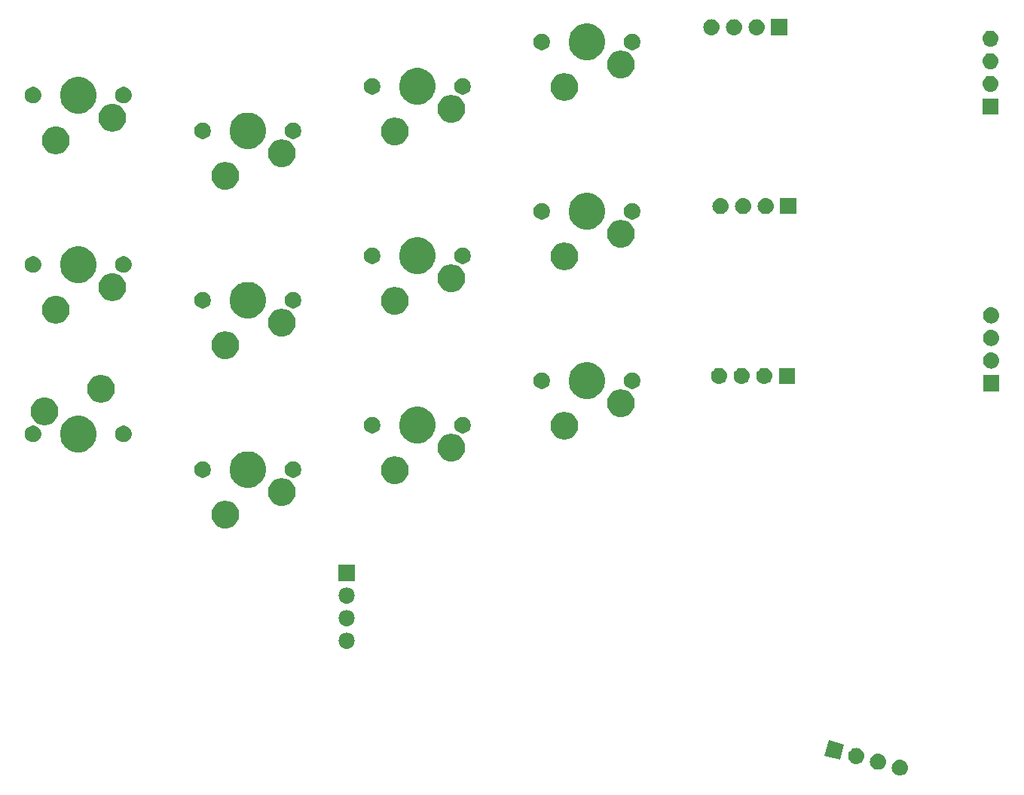
<source format=gbr>
G04 #@! TF.GenerationSoftware,KiCad,Pcbnew,(5.1.4)-1*
G04 #@! TF.CreationDate,2023-06-17T18:30:05-04:00*
G04 #@! TF.ProjectId,ThumbsUp,5468756d-6273-4557-902e-6b696361645f,rev?*
G04 #@! TF.SameCoordinates,Original*
G04 #@! TF.FileFunction,Soldermask,Top*
G04 #@! TF.FilePolarity,Negative*
%FSLAX46Y46*%
G04 Gerber Fmt 4.6, Leading zero omitted, Abs format (unit mm)*
G04 Created by KiCad (PCBNEW (5.1.4)-1) date 2023-06-17 18:30:05*
%MOMM*%
%LPD*%
G04 APERTURE LIST*
%ADD10C,0.100000*%
G04 APERTURE END LIST*
D10*
G36*
X116333588Y-599570672D02*
G01*
X116399772Y-599577190D01*
X116569611Y-599628710D01*
X116726136Y-599712375D01*
X116761874Y-599741705D01*
X116863331Y-599824967D01*
X116946593Y-599926424D01*
X116975923Y-599962162D01*
X117059588Y-600118687D01*
X117111108Y-600288526D01*
X117128504Y-600465153D01*
X117111108Y-600641780D01*
X117059588Y-600811619D01*
X116975923Y-600968144D01*
X116946593Y-601003882D01*
X116863331Y-601105339D01*
X116761874Y-601188601D01*
X116726136Y-601217931D01*
X116569611Y-601301596D01*
X116399772Y-601353116D01*
X116333588Y-601359634D01*
X116267405Y-601366153D01*
X116178885Y-601366153D01*
X116112702Y-601359634D01*
X116046518Y-601353116D01*
X115876679Y-601301596D01*
X115720154Y-601217931D01*
X115684416Y-601188601D01*
X115582959Y-601105339D01*
X115499697Y-601003882D01*
X115470367Y-600968144D01*
X115386702Y-600811619D01*
X115335182Y-600641780D01*
X115317786Y-600465153D01*
X115335182Y-600288526D01*
X115386702Y-600118687D01*
X115470367Y-599962162D01*
X115499697Y-599926424D01*
X115582959Y-599824967D01*
X115684416Y-599741705D01*
X115720154Y-599712375D01*
X115876679Y-599628710D01*
X116046518Y-599577190D01*
X116112702Y-599570672D01*
X116178885Y-599564153D01*
X116267405Y-599564153D01*
X116333588Y-599570672D01*
X116333588Y-599570672D01*
G37*
G36*
X113880136Y-598913272D02*
G01*
X113946320Y-598919790D01*
X114116159Y-598971310D01*
X114272684Y-599054975D01*
X114308422Y-599084305D01*
X114409879Y-599167567D01*
X114493141Y-599269024D01*
X114522471Y-599304762D01*
X114606136Y-599461287D01*
X114657656Y-599631126D01*
X114675052Y-599807753D01*
X114657656Y-599984380D01*
X114606136Y-600154219D01*
X114522471Y-600310744D01*
X114493141Y-600346482D01*
X114409879Y-600447939D01*
X114308422Y-600531201D01*
X114272684Y-600560531D01*
X114116159Y-600644196D01*
X113946320Y-600695716D01*
X113880135Y-600702235D01*
X113813953Y-600708753D01*
X113725433Y-600708753D01*
X113659251Y-600702235D01*
X113593066Y-600695716D01*
X113423227Y-600644196D01*
X113266702Y-600560531D01*
X113230964Y-600531201D01*
X113129507Y-600447939D01*
X113046245Y-600346482D01*
X113016915Y-600310744D01*
X112933250Y-600154219D01*
X112881730Y-599984380D01*
X112864334Y-599807753D01*
X112881730Y-599631126D01*
X112933250Y-599461287D01*
X113016915Y-599304762D01*
X113046245Y-599269024D01*
X113129507Y-599167567D01*
X113230964Y-599084305D01*
X113266702Y-599054975D01*
X113423227Y-598971310D01*
X113593066Y-598919790D01*
X113659250Y-598913272D01*
X113725433Y-598906753D01*
X113813953Y-598906753D01*
X113880136Y-598913272D01*
X113880136Y-598913272D01*
G37*
G36*
X111426685Y-598255871D02*
G01*
X111492869Y-598262389D01*
X111662708Y-598313909D01*
X111819233Y-598397574D01*
X111854971Y-598426904D01*
X111956428Y-598510166D01*
X112039690Y-598611623D01*
X112069020Y-598647361D01*
X112152685Y-598803886D01*
X112204205Y-598973725D01*
X112221601Y-599150352D01*
X112204205Y-599326979D01*
X112152685Y-599496818D01*
X112069020Y-599653343D01*
X112039690Y-599689081D01*
X111956428Y-599790538D01*
X111854971Y-599873800D01*
X111819233Y-599903130D01*
X111662708Y-599986795D01*
X111492869Y-600038315D01*
X111426685Y-600044833D01*
X111360502Y-600051352D01*
X111271982Y-600051352D01*
X111205799Y-600044833D01*
X111139615Y-600038315D01*
X110969776Y-599986795D01*
X110813251Y-599903130D01*
X110777513Y-599873800D01*
X110676056Y-599790538D01*
X110592794Y-599689081D01*
X110563464Y-599653343D01*
X110479799Y-599496818D01*
X110428279Y-599326979D01*
X110410883Y-599150352D01*
X110428279Y-598973725D01*
X110479799Y-598803886D01*
X110563464Y-598647361D01*
X110592794Y-598611623D01*
X110676056Y-598510166D01*
X110777513Y-598426904D01*
X110813251Y-598397574D01*
X110969776Y-598313909D01*
X111139615Y-598262389D01*
X111205799Y-598255871D01*
X111271982Y-598249352D01*
X111360502Y-598249352D01*
X111426685Y-598255871D01*
X111426685Y-598255871D01*
G37*
G36*
X109966285Y-597855849D02*
G01*
X109499893Y-599596447D01*
X107759295Y-599130055D01*
X108225687Y-597389457D01*
X109966285Y-597855849D01*
X109966285Y-597855849D01*
G37*
G36*
X54173232Y-585298471D02*
G01*
X54239416Y-585304989D01*
X54409255Y-585356509D01*
X54565780Y-585440174D01*
X54601518Y-585469504D01*
X54702975Y-585552766D01*
X54786237Y-585654223D01*
X54815567Y-585689961D01*
X54899232Y-585846486D01*
X54950752Y-586016325D01*
X54968148Y-586192952D01*
X54950752Y-586369579D01*
X54899232Y-586539418D01*
X54815567Y-586695943D01*
X54786237Y-586731681D01*
X54702975Y-586833138D01*
X54601518Y-586916400D01*
X54565780Y-586945730D01*
X54409255Y-587029395D01*
X54239416Y-587080915D01*
X54173231Y-587087434D01*
X54107049Y-587093952D01*
X54018529Y-587093952D01*
X53952347Y-587087434D01*
X53886162Y-587080915D01*
X53716323Y-587029395D01*
X53559798Y-586945730D01*
X53524060Y-586916400D01*
X53422603Y-586833138D01*
X53339341Y-586731681D01*
X53310011Y-586695943D01*
X53226346Y-586539418D01*
X53174826Y-586369579D01*
X53157430Y-586192952D01*
X53174826Y-586016325D01*
X53226346Y-585846486D01*
X53310011Y-585689961D01*
X53339341Y-585654223D01*
X53422603Y-585552766D01*
X53524060Y-585469504D01*
X53559798Y-585440174D01*
X53716323Y-585356509D01*
X53886162Y-585304989D01*
X53952346Y-585298471D01*
X54018529Y-585291952D01*
X54107049Y-585291952D01*
X54173232Y-585298471D01*
X54173232Y-585298471D01*
G37*
G36*
X54173231Y-582758470D02*
G01*
X54239416Y-582764989D01*
X54409255Y-582816509D01*
X54565780Y-582900174D01*
X54601518Y-582929504D01*
X54702975Y-583012766D01*
X54786237Y-583114223D01*
X54815567Y-583149961D01*
X54899232Y-583306486D01*
X54950752Y-583476325D01*
X54968148Y-583652952D01*
X54950752Y-583829579D01*
X54899232Y-583999418D01*
X54815567Y-584155943D01*
X54786237Y-584191681D01*
X54702975Y-584293138D01*
X54601518Y-584376400D01*
X54565780Y-584405730D01*
X54409255Y-584489395D01*
X54239416Y-584540915D01*
X54173232Y-584547433D01*
X54107049Y-584553952D01*
X54018529Y-584553952D01*
X53952346Y-584547433D01*
X53886162Y-584540915D01*
X53716323Y-584489395D01*
X53559798Y-584405730D01*
X53524060Y-584376400D01*
X53422603Y-584293138D01*
X53339341Y-584191681D01*
X53310011Y-584155943D01*
X53226346Y-583999418D01*
X53174826Y-583829579D01*
X53157430Y-583652952D01*
X53174826Y-583476325D01*
X53226346Y-583306486D01*
X53310011Y-583149961D01*
X53339341Y-583114223D01*
X53422603Y-583012766D01*
X53524060Y-582929504D01*
X53559798Y-582900174D01*
X53716323Y-582816509D01*
X53886162Y-582764989D01*
X53952347Y-582758470D01*
X54018529Y-582751952D01*
X54107049Y-582751952D01*
X54173231Y-582758470D01*
X54173231Y-582758470D01*
G37*
G36*
X54173231Y-580218470D02*
G01*
X54239416Y-580224989D01*
X54409255Y-580276509D01*
X54565780Y-580360174D01*
X54601518Y-580389504D01*
X54702975Y-580472766D01*
X54786237Y-580574223D01*
X54815567Y-580609961D01*
X54899232Y-580766486D01*
X54950752Y-580936325D01*
X54968148Y-581112952D01*
X54950752Y-581289579D01*
X54899232Y-581459418D01*
X54815567Y-581615943D01*
X54786237Y-581651681D01*
X54702975Y-581753138D01*
X54601518Y-581836400D01*
X54565780Y-581865730D01*
X54409255Y-581949395D01*
X54239416Y-582000915D01*
X54173231Y-582007434D01*
X54107049Y-582013952D01*
X54018529Y-582013952D01*
X53952347Y-582007434D01*
X53886162Y-582000915D01*
X53716323Y-581949395D01*
X53559798Y-581865730D01*
X53524060Y-581836400D01*
X53422603Y-581753138D01*
X53339341Y-581651681D01*
X53310011Y-581615943D01*
X53226346Y-581459418D01*
X53174826Y-581289579D01*
X53157430Y-581112952D01*
X53174826Y-580936325D01*
X53226346Y-580766486D01*
X53310011Y-580609961D01*
X53339341Y-580574223D01*
X53422603Y-580472766D01*
X53524060Y-580389504D01*
X53559798Y-580360174D01*
X53716323Y-580276509D01*
X53886162Y-580224989D01*
X53952347Y-580218470D01*
X54018529Y-580211952D01*
X54107049Y-580211952D01*
X54173231Y-580218470D01*
X54173231Y-580218470D01*
G37*
G36*
X54963789Y-579473952D02*
G01*
X53161789Y-579473952D01*
X53161789Y-577671952D01*
X54963789Y-577671952D01*
X54963789Y-579473952D01*
X54963789Y-579473952D01*
G37*
G36*
X40725374Y-570501754D02*
G01*
X40875199Y-570531556D01*
X41157463Y-570648473D01*
X41411494Y-570818211D01*
X41627530Y-571034247D01*
X41797268Y-571288278D01*
X41914185Y-571570542D01*
X41973789Y-571870192D01*
X41973789Y-572175712D01*
X41914185Y-572475362D01*
X41797268Y-572757626D01*
X41627530Y-573011657D01*
X41411494Y-573227693D01*
X41157463Y-573397431D01*
X40875199Y-573514348D01*
X40725374Y-573544150D01*
X40575550Y-573573952D01*
X40270028Y-573573952D01*
X40120204Y-573544150D01*
X39970379Y-573514348D01*
X39688115Y-573397431D01*
X39434084Y-573227693D01*
X39218048Y-573011657D01*
X39048310Y-572757626D01*
X38931393Y-572475362D01*
X38871789Y-572175712D01*
X38871789Y-571870192D01*
X38931393Y-571570542D01*
X39048310Y-571288278D01*
X39218048Y-571034247D01*
X39434084Y-570818211D01*
X39688115Y-570648473D01*
X39970379Y-570531556D01*
X40120204Y-570501754D01*
X40270028Y-570471952D01*
X40575550Y-570471952D01*
X40725374Y-570501754D01*
X40725374Y-570501754D01*
G37*
G36*
X47075374Y-567961754D02*
G01*
X47225199Y-567991556D01*
X47507463Y-568108473D01*
X47761494Y-568278211D01*
X47977530Y-568494247D01*
X48147268Y-568748278D01*
X48264185Y-569030542D01*
X48323789Y-569330192D01*
X48323789Y-569635712D01*
X48264185Y-569935362D01*
X48147268Y-570217626D01*
X47977530Y-570471657D01*
X47761494Y-570687693D01*
X47507463Y-570857431D01*
X47225199Y-570974348D01*
X47075374Y-571004150D01*
X46925550Y-571033952D01*
X46620028Y-571033952D01*
X46470204Y-571004150D01*
X46320379Y-570974348D01*
X46038115Y-570857431D01*
X45784084Y-570687693D01*
X45568048Y-570471657D01*
X45398310Y-570217626D01*
X45281393Y-569935362D01*
X45221789Y-569635712D01*
X45221789Y-569330192D01*
X45281393Y-569030542D01*
X45398310Y-568748278D01*
X45568048Y-568494247D01*
X45784084Y-568278211D01*
X46038115Y-568108473D01*
X46320379Y-567991556D01*
X46470204Y-567961754D01*
X46620028Y-567931952D01*
X46925550Y-567931952D01*
X47075374Y-567961754D01*
X47075374Y-567961754D01*
G37*
G36*
X43559263Y-564976636D02*
G01*
X43777263Y-565066935D01*
X43931412Y-565130785D01*
X44266337Y-565354575D01*
X44551166Y-565639404D01*
X44774956Y-565974329D01*
X44807351Y-566052538D01*
X44929105Y-566346478D01*
X45007689Y-566741546D01*
X45007689Y-567144358D01*
X44929105Y-567539426D01*
X44878240Y-567662224D01*
X44774956Y-567911575D01*
X44551166Y-568246500D01*
X44266337Y-568531329D01*
X43931412Y-568755119D01*
X43777263Y-568818969D01*
X43559263Y-568909268D01*
X43164195Y-568987852D01*
X42761383Y-568987852D01*
X42366315Y-568909268D01*
X42148315Y-568818969D01*
X41994166Y-568755119D01*
X41659241Y-568531329D01*
X41374412Y-568246500D01*
X41150622Y-567911575D01*
X41047338Y-567662224D01*
X40996473Y-567539426D01*
X40917889Y-567144358D01*
X40917889Y-566741546D01*
X40996473Y-566346478D01*
X41118227Y-566052538D01*
X41150622Y-565974329D01*
X41374412Y-565639404D01*
X41659241Y-565354575D01*
X41994166Y-565130785D01*
X42148315Y-565066935D01*
X42366315Y-564976636D01*
X42761383Y-564898052D01*
X43164195Y-564898052D01*
X43559263Y-564976636D01*
X43559263Y-564976636D01*
G37*
G36*
X59775375Y-565501754D02*
G01*
X59925200Y-565531556D01*
X60207464Y-565648473D01*
X60461495Y-565818211D01*
X60677531Y-566034247D01*
X60847269Y-566288278D01*
X60964186Y-566570542D01*
X60964186Y-566570543D01*
X61020122Y-566851749D01*
X61023790Y-566870192D01*
X61023790Y-567175712D01*
X60964186Y-567475362D01*
X60847269Y-567757626D01*
X60677531Y-568011657D01*
X60461495Y-568227693D01*
X60207464Y-568397431D01*
X59925200Y-568514348D01*
X59775375Y-568544150D01*
X59625551Y-568573952D01*
X59320029Y-568573952D01*
X59170205Y-568544150D01*
X59020380Y-568514348D01*
X58738116Y-568397431D01*
X58484085Y-568227693D01*
X58268049Y-568011657D01*
X58098311Y-567757626D01*
X57981394Y-567475362D01*
X57921790Y-567175712D01*
X57921790Y-566870192D01*
X57925459Y-566851749D01*
X57981394Y-566570543D01*
X57981394Y-566570542D01*
X58098311Y-566288278D01*
X58268049Y-566034247D01*
X58484085Y-565818211D01*
X58738116Y-565648473D01*
X59020380Y-565531556D01*
X59170205Y-565501754D01*
X59320029Y-565471952D01*
X59625551Y-565471952D01*
X59775375Y-565501754D01*
X59775375Y-565501754D01*
G37*
G36*
X48312893Y-566052537D02*
G01*
X48481415Y-566122341D01*
X48633080Y-566223680D01*
X48762061Y-566352661D01*
X48863400Y-566504326D01*
X48933204Y-566672848D01*
X48968789Y-566851749D01*
X48968789Y-567034155D01*
X48933204Y-567213056D01*
X48863400Y-567381578D01*
X48762061Y-567533243D01*
X48633080Y-567662224D01*
X48481415Y-567763563D01*
X48312893Y-567833367D01*
X48133992Y-567868952D01*
X47951586Y-567868952D01*
X47772685Y-567833367D01*
X47604163Y-567763563D01*
X47452498Y-567662224D01*
X47323517Y-567533243D01*
X47222178Y-567381578D01*
X47152374Y-567213056D01*
X47116789Y-567034155D01*
X47116789Y-566851749D01*
X47152374Y-566672848D01*
X47222178Y-566504326D01*
X47323517Y-566352661D01*
X47452498Y-566223680D01*
X47604163Y-566122341D01*
X47772685Y-566052537D01*
X47951586Y-566016952D01*
X48133992Y-566016952D01*
X48312893Y-566052537D01*
X48312893Y-566052537D01*
G37*
G36*
X38152893Y-566052537D02*
G01*
X38321415Y-566122341D01*
X38473080Y-566223680D01*
X38602061Y-566352661D01*
X38703400Y-566504326D01*
X38773204Y-566672848D01*
X38808789Y-566851749D01*
X38808789Y-567034155D01*
X38773204Y-567213056D01*
X38703400Y-567381578D01*
X38602061Y-567533243D01*
X38473080Y-567662224D01*
X38321415Y-567763563D01*
X38152893Y-567833367D01*
X37973992Y-567868952D01*
X37791586Y-567868952D01*
X37612685Y-567833367D01*
X37444163Y-567763563D01*
X37292498Y-567662224D01*
X37163517Y-567533243D01*
X37062178Y-567381578D01*
X36992374Y-567213056D01*
X36956789Y-567034155D01*
X36956789Y-566851749D01*
X36992374Y-566672848D01*
X37062178Y-566504326D01*
X37163517Y-566352661D01*
X37292498Y-566223680D01*
X37444163Y-566122341D01*
X37612685Y-566052537D01*
X37791586Y-566016952D01*
X37973992Y-566016952D01*
X38152893Y-566052537D01*
X38152893Y-566052537D01*
G37*
G36*
X66125375Y-562961754D02*
G01*
X66275200Y-562991556D01*
X66557464Y-563108473D01*
X66811495Y-563278211D01*
X67027531Y-563494247D01*
X67197269Y-563748278D01*
X67264908Y-563911575D01*
X67314186Y-564030543D01*
X67357143Y-564246499D01*
X67373790Y-564330192D01*
X67373790Y-564635712D01*
X67314186Y-564935362D01*
X67197269Y-565217626D01*
X67027531Y-565471657D01*
X66811495Y-565687693D01*
X66557464Y-565857431D01*
X66275200Y-565974348D01*
X66125375Y-566004150D01*
X65975551Y-566033952D01*
X65670029Y-566033952D01*
X65520205Y-566004150D01*
X65370380Y-565974348D01*
X65088116Y-565857431D01*
X64834085Y-565687693D01*
X64618049Y-565471657D01*
X64448311Y-565217626D01*
X64331394Y-564935362D01*
X64271790Y-564635712D01*
X64271790Y-564330192D01*
X64288438Y-564246499D01*
X64331394Y-564030543D01*
X64380672Y-563911575D01*
X64448311Y-563748278D01*
X64618049Y-563494247D01*
X64834085Y-563278211D01*
X65088116Y-563108473D01*
X65370380Y-562991556D01*
X65520205Y-562961754D01*
X65670029Y-562931952D01*
X65975551Y-562931952D01*
X66125375Y-562961754D01*
X66125375Y-562961754D01*
G37*
G36*
X24509263Y-560976636D02*
G01*
X24648348Y-561034247D01*
X24881412Y-561130785D01*
X25216337Y-561354575D01*
X25501166Y-561639404D01*
X25724956Y-561974329D01*
X25757351Y-562052538D01*
X25879105Y-562346478D01*
X25957689Y-562741546D01*
X25957689Y-563144358D01*
X25879105Y-563539426D01*
X25828240Y-563662224D01*
X25724956Y-563911575D01*
X25501166Y-564246500D01*
X25216337Y-564531329D01*
X24881412Y-564755119D01*
X24727263Y-564818969D01*
X24509263Y-564909268D01*
X24114195Y-564987852D01*
X23711383Y-564987852D01*
X23316315Y-564909268D01*
X23098315Y-564818969D01*
X22944166Y-564755119D01*
X22609241Y-564531329D01*
X22324412Y-564246500D01*
X22100622Y-563911575D01*
X21997338Y-563662224D01*
X21946473Y-563539426D01*
X21867889Y-563144358D01*
X21867889Y-562741546D01*
X21946473Y-562346478D01*
X22068227Y-562052538D01*
X22100622Y-561974329D01*
X22324412Y-561639404D01*
X22609241Y-561354575D01*
X22944166Y-561130785D01*
X23177230Y-561034247D01*
X23316315Y-560976636D01*
X23711383Y-560898052D01*
X24114195Y-560898052D01*
X24509263Y-560976636D01*
X24509263Y-560976636D01*
G37*
G36*
X62609264Y-559976636D02*
G01*
X62827264Y-560066935D01*
X62981413Y-560130785D01*
X63316338Y-560354575D01*
X63601167Y-560639404D01*
X63824957Y-560974329D01*
X63857352Y-561052538D01*
X63979106Y-561346478D01*
X64057690Y-561741546D01*
X64057690Y-562144358D01*
X63979106Y-562539426D01*
X63923840Y-562672849D01*
X63824957Y-562911575D01*
X63601167Y-563246500D01*
X63316338Y-563531329D01*
X62981413Y-563755119D01*
X62827264Y-563818969D01*
X62609264Y-563909268D01*
X62214196Y-563987852D01*
X61811384Y-563987852D01*
X61416316Y-563909268D01*
X61198316Y-563818969D01*
X61044167Y-563755119D01*
X60709242Y-563531329D01*
X60424413Y-563246500D01*
X60200623Y-562911575D01*
X60101740Y-562672849D01*
X60046474Y-562539426D01*
X59967890Y-562144358D01*
X59967890Y-561741546D01*
X60046474Y-561346478D01*
X60168228Y-561052538D01*
X60200623Y-560974329D01*
X60424413Y-560639404D01*
X60709242Y-560354575D01*
X61044167Y-560130785D01*
X61198316Y-560066935D01*
X61416316Y-559976636D01*
X61811384Y-559898052D01*
X62214196Y-559898052D01*
X62609264Y-559976636D01*
X62609264Y-559976636D01*
G37*
G36*
X19102893Y-562052537D02*
G01*
X19271415Y-562122341D01*
X19423080Y-562223680D01*
X19552061Y-562352661D01*
X19653400Y-562504326D01*
X19723204Y-562672848D01*
X19758789Y-562851749D01*
X19758789Y-563034155D01*
X19723204Y-563213056D01*
X19653400Y-563381578D01*
X19552061Y-563533243D01*
X19423080Y-563662224D01*
X19271415Y-563763563D01*
X19102893Y-563833367D01*
X18923992Y-563868952D01*
X18741586Y-563868952D01*
X18562685Y-563833367D01*
X18394163Y-563763563D01*
X18242498Y-563662224D01*
X18113517Y-563533243D01*
X18012178Y-563381578D01*
X17942374Y-563213056D01*
X17906789Y-563034155D01*
X17906789Y-562851749D01*
X17942374Y-562672848D01*
X18012178Y-562504326D01*
X18113517Y-562352661D01*
X18242498Y-562223680D01*
X18394163Y-562122341D01*
X18562685Y-562052537D01*
X18741586Y-562016952D01*
X18923992Y-562016952D01*
X19102893Y-562052537D01*
X19102893Y-562052537D01*
G37*
G36*
X29262893Y-562052537D02*
G01*
X29431415Y-562122341D01*
X29583080Y-562223680D01*
X29712061Y-562352661D01*
X29813400Y-562504326D01*
X29883204Y-562672848D01*
X29918789Y-562851749D01*
X29918789Y-563034155D01*
X29883204Y-563213056D01*
X29813400Y-563381578D01*
X29712061Y-563533243D01*
X29583080Y-563662224D01*
X29431415Y-563763563D01*
X29262893Y-563833367D01*
X29083992Y-563868952D01*
X28901586Y-563868952D01*
X28722685Y-563833367D01*
X28554163Y-563763563D01*
X28402498Y-563662224D01*
X28273517Y-563533243D01*
X28172178Y-563381578D01*
X28102374Y-563213056D01*
X28066789Y-563034155D01*
X28066789Y-562851749D01*
X28102374Y-562672848D01*
X28172178Y-562504326D01*
X28273517Y-562352661D01*
X28402498Y-562223680D01*
X28554163Y-562122341D01*
X28722685Y-562052537D01*
X28901586Y-562016952D01*
X29083992Y-562016952D01*
X29262893Y-562052537D01*
X29262893Y-562052537D01*
G37*
G36*
X78825374Y-560501754D02*
G01*
X78975199Y-560531556D01*
X79257463Y-560648473D01*
X79511494Y-560818211D01*
X79727530Y-561034247D01*
X79897268Y-561288278D01*
X80014185Y-561570542D01*
X80021575Y-561607693D01*
X80073789Y-561870191D01*
X80073789Y-562175713D01*
X80043987Y-562325537D01*
X80014185Y-562475362D01*
X79897268Y-562757626D01*
X79727530Y-563011657D01*
X79511494Y-563227693D01*
X79257463Y-563397431D01*
X78975199Y-563514348D01*
X78880212Y-563533242D01*
X78675550Y-563573952D01*
X78370028Y-563573952D01*
X78165366Y-563533242D01*
X78070379Y-563514348D01*
X77788115Y-563397431D01*
X77534084Y-563227693D01*
X77318048Y-563011657D01*
X77148310Y-562757626D01*
X77031393Y-562475362D01*
X77001591Y-562325537D01*
X76971789Y-562175713D01*
X76971789Y-561870191D01*
X77024003Y-561607693D01*
X77031393Y-561570542D01*
X77148310Y-561288278D01*
X77318048Y-561034247D01*
X77534084Y-560818211D01*
X77788115Y-560648473D01*
X78070379Y-560531556D01*
X78220204Y-560501754D01*
X78370028Y-560471952D01*
X78675550Y-560471952D01*
X78825374Y-560501754D01*
X78825374Y-560501754D01*
G37*
G36*
X57202894Y-561052537D02*
G01*
X57371416Y-561122341D01*
X57523081Y-561223680D01*
X57652062Y-561352661D01*
X57753401Y-561504326D01*
X57823205Y-561672848D01*
X57858790Y-561851749D01*
X57858790Y-562034155D01*
X57823205Y-562213056D01*
X57753401Y-562381578D01*
X57652062Y-562533243D01*
X57523081Y-562662224D01*
X57371416Y-562763563D01*
X57202894Y-562833367D01*
X57023993Y-562868952D01*
X56841587Y-562868952D01*
X56662686Y-562833367D01*
X56494164Y-562763563D01*
X56342499Y-562662224D01*
X56213518Y-562533243D01*
X56112179Y-562381578D01*
X56042375Y-562213056D01*
X56006790Y-562034155D01*
X56006790Y-561851749D01*
X56042375Y-561672848D01*
X56112179Y-561504326D01*
X56213518Y-561352661D01*
X56342499Y-561223680D01*
X56494164Y-561122341D01*
X56662686Y-561052537D01*
X56841587Y-561016952D01*
X57023993Y-561016952D01*
X57202894Y-561052537D01*
X57202894Y-561052537D01*
G37*
G36*
X67362894Y-561052537D02*
G01*
X67531416Y-561122341D01*
X67683081Y-561223680D01*
X67812062Y-561352661D01*
X67913401Y-561504326D01*
X67983205Y-561672848D01*
X68018790Y-561851749D01*
X68018790Y-562034155D01*
X67983205Y-562213056D01*
X67913401Y-562381578D01*
X67812062Y-562533243D01*
X67683081Y-562662224D01*
X67531416Y-562763563D01*
X67362894Y-562833367D01*
X67183993Y-562868952D01*
X67001587Y-562868952D01*
X66822686Y-562833367D01*
X66654164Y-562763563D01*
X66502499Y-562662224D01*
X66373518Y-562533243D01*
X66272179Y-562381578D01*
X66202375Y-562213056D01*
X66166790Y-562034155D01*
X66166790Y-561851749D01*
X66202375Y-561672848D01*
X66272179Y-561504326D01*
X66373518Y-561352661D01*
X66502499Y-561223680D01*
X66654164Y-561122341D01*
X66822686Y-561052537D01*
X67001587Y-561016952D01*
X67183993Y-561016952D01*
X67362894Y-561052537D01*
X67362894Y-561052537D01*
G37*
G36*
X20405374Y-558881754D02*
G01*
X20555199Y-558911556D01*
X20837463Y-559028473D01*
X21091494Y-559198211D01*
X21307530Y-559414247D01*
X21477268Y-559668278D01*
X21594185Y-559950542D01*
X21623987Y-560100367D01*
X21653789Y-560250191D01*
X21653789Y-560555713D01*
X21635338Y-560648473D01*
X21594185Y-560855362D01*
X21477268Y-561137626D01*
X21307530Y-561391657D01*
X21091494Y-561607693D01*
X20837463Y-561777431D01*
X20555199Y-561894348D01*
X20405374Y-561924150D01*
X20255550Y-561953952D01*
X19950028Y-561953952D01*
X19800204Y-561924150D01*
X19650379Y-561894348D01*
X19368115Y-561777431D01*
X19114084Y-561607693D01*
X18898048Y-561391657D01*
X18728310Y-561137626D01*
X18611393Y-560855362D01*
X18570240Y-560648473D01*
X18551789Y-560555713D01*
X18551789Y-560250191D01*
X18581591Y-560100367D01*
X18611393Y-559950542D01*
X18728310Y-559668278D01*
X18898048Y-559414247D01*
X19114084Y-559198211D01*
X19368115Y-559028473D01*
X19650379Y-558911556D01*
X19800204Y-558881754D01*
X19950028Y-558851952D01*
X20255550Y-558851952D01*
X20405374Y-558881754D01*
X20405374Y-558881754D01*
G37*
G36*
X85175374Y-557961754D02*
G01*
X85325199Y-557991556D01*
X85607463Y-558108473D01*
X85861494Y-558278211D01*
X86077530Y-558494247D01*
X86247268Y-558748278D01*
X86364185Y-559030542D01*
X86423789Y-559330192D01*
X86423789Y-559635712D01*
X86364185Y-559935362D01*
X86247268Y-560217626D01*
X86077530Y-560471657D01*
X85861494Y-560687693D01*
X85607463Y-560857431D01*
X85325199Y-560974348D01*
X85175374Y-561004150D01*
X85025550Y-561033952D01*
X84720028Y-561033952D01*
X84570204Y-561004150D01*
X84420379Y-560974348D01*
X84138115Y-560857431D01*
X83884084Y-560687693D01*
X83668048Y-560471657D01*
X83498310Y-560217626D01*
X83381393Y-559935362D01*
X83321789Y-559635712D01*
X83321789Y-559330192D01*
X83381393Y-559030542D01*
X83498310Y-558748278D01*
X83668048Y-558494247D01*
X83884084Y-558278211D01*
X84138115Y-558108473D01*
X84420379Y-557991556D01*
X84570204Y-557961754D01*
X84720028Y-557931952D01*
X85025550Y-557931952D01*
X85175374Y-557961754D01*
X85175374Y-557961754D01*
G37*
G36*
X26665581Y-556323893D02*
G01*
X26905199Y-556371556D01*
X27187463Y-556488473D01*
X27441494Y-556658211D01*
X27657530Y-556874247D01*
X27827268Y-557128278D01*
X27944185Y-557410542D01*
X27968592Y-557533243D01*
X27994248Y-557662223D01*
X28003789Y-557710192D01*
X28003789Y-558015712D01*
X27944185Y-558315362D01*
X27827268Y-558597626D01*
X27657530Y-558851657D01*
X27441494Y-559067693D01*
X27187463Y-559237431D01*
X26905199Y-559354348D01*
X26755374Y-559384150D01*
X26605550Y-559413952D01*
X26300028Y-559413952D01*
X26150204Y-559384150D01*
X26000379Y-559354348D01*
X25718115Y-559237431D01*
X25464084Y-559067693D01*
X25248048Y-558851657D01*
X25078310Y-558597626D01*
X24961393Y-558315362D01*
X24901789Y-558015712D01*
X24901789Y-557710192D01*
X24911331Y-557662223D01*
X24936986Y-557533243D01*
X24961393Y-557410542D01*
X25078310Y-557128278D01*
X25248048Y-556874247D01*
X25464084Y-556658211D01*
X25718115Y-556488473D01*
X26000379Y-556371556D01*
X26239997Y-556323893D01*
X26300028Y-556311952D01*
X26605550Y-556311952D01*
X26665581Y-556323893D01*
X26665581Y-556323893D01*
G37*
G36*
X81659263Y-554976636D02*
G01*
X81877263Y-555066935D01*
X82031412Y-555130785D01*
X82366337Y-555354575D01*
X82651166Y-555639404D01*
X82874956Y-555974329D01*
X82907351Y-556052538D01*
X83029105Y-556346478D01*
X83107689Y-556741546D01*
X83107689Y-557144358D01*
X83029105Y-557539426D01*
X82978240Y-557662224D01*
X82874956Y-557911575D01*
X82651166Y-558246500D01*
X82366337Y-558531329D01*
X82031412Y-558755119D01*
X81877263Y-558818969D01*
X81659263Y-558909268D01*
X81264195Y-558987852D01*
X80861383Y-558987852D01*
X80466315Y-558909268D01*
X80248315Y-558818969D01*
X80094166Y-558755119D01*
X79759241Y-558531329D01*
X79474412Y-558246500D01*
X79250622Y-557911575D01*
X79147338Y-557662224D01*
X79096473Y-557539426D01*
X79017889Y-557144358D01*
X79017889Y-556741546D01*
X79096473Y-556346478D01*
X79218227Y-556052538D01*
X79250622Y-555974329D01*
X79474412Y-555639404D01*
X79759241Y-555354575D01*
X80094166Y-555130785D01*
X80248315Y-555066935D01*
X80466315Y-554976636D01*
X80861383Y-554898052D01*
X81264195Y-554898052D01*
X81659263Y-554976636D01*
X81659263Y-554976636D01*
G37*
G36*
X127371599Y-558125893D02*
G01*
X125569599Y-558125893D01*
X125569599Y-556323893D01*
X127371599Y-556323893D01*
X127371599Y-558125893D01*
X127371599Y-558125893D01*
G37*
G36*
X76252893Y-556052537D02*
G01*
X76421415Y-556122341D01*
X76573080Y-556223680D01*
X76702061Y-556352661D01*
X76803400Y-556504326D01*
X76873204Y-556672848D01*
X76908789Y-556851749D01*
X76908789Y-557034155D01*
X76873204Y-557213056D01*
X76803400Y-557381578D01*
X76702061Y-557533243D01*
X76573080Y-557662224D01*
X76421415Y-557763563D01*
X76252893Y-557833367D01*
X76073992Y-557868952D01*
X75891586Y-557868952D01*
X75712685Y-557833367D01*
X75544163Y-557763563D01*
X75392498Y-557662224D01*
X75263517Y-557533243D01*
X75162178Y-557381578D01*
X75092374Y-557213056D01*
X75056789Y-557034155D01*
X75056789Y-556851749D01*
X75092374Y-556672848D01*
X75162178Y-556504326D01*
X75263517Y-556352661D01*
X75392498Y-556223680D01*
X75544163Y-556122341D01*
X75712685Y-556052537D01*
X75891586Y-556016952D01*
X76073992Y-556016952D01*
X76252893Y-556052537D01*
X76252893Y-556052537D01*
G37*
G36*
X86412893Y-556052537D02*
G01*
X86581415Y-556122341D01*
X86733080Y-556223680D01*
X86862061Y-556352661D01*
X86963400Y-556504326D01*
X87033204Y-556672848D01*
X87068789Y-556851749D01*
X87068789Y-557034155D01*
X87033204Y-557213056D01*
X86963400Y-557381578D01*
X86862061Y-557533243D01*
X86733080Y-557662224D01*
X86581415Y-557763563D01*
X86412893Y-557833367D01*
X86233992Y-557868952D01*
X86051586Y-557868952D01*
X85872685Y-557833367D01*
X85704163Y-557763563D01*
X85552498Y-557662224D01*
X85423517Y-557533243D01*
X85322178Y-557381578D01*
X85252374Y-557213056D01*
X85216789Y-557034155D01*
X85216789Y-556851749D01*
X85252374Y-556672848D01*
X85322178Y-556504326D01*
X85423517Y-556352661D01*
X85552498Y-556223680D01*
X85704163Y-556122341D01*
X85872685Y-556052537D01*
X86051586Y-556016952D01*
X86233992Y-556016952D01*
X86412893Y-556052537D01*
X86412893Y-556052537D01*
G37*
G36*
X104427974Y-557301972D02*
G01*
X102625974Y-557301972D01*
X102625974Y-555499972D01*
X104427974Y-555499972D01*
X104427974Y-557301972D01*
X104427974Y-557301972D01*
G37*
G36*
X101097416Y-555506490D02*
G01*
X101163601Y-555513009D01*
X101333440Y-555564529D01*
X101489965Y-555648194D01*
X101525703Y-555677524D01*
X101627160Y-555760786D01*
X101710422Y-555862243D01*
X101739752Y-555897981D01*
X101823417Y-556054506D01*
X101874937Y-556224345D01*
X101892333Y-556400972D01*
X101874937Y-556577599D01*
X101823417Y-556747438D01*
X101739752Y-556903963D01*
X101710422Y-556939701D01*
X101627160Y-557041158D01*
X101525703Y-557124420D01*
X101489965Y-557153750D01*
X101333440Y-557237415D01*
X101163601Y-557288935D01*
X101097416Y-557295454D01*
X101031234Y-557301972D01*
X100942714Y-557301972D01*
X100876532Y-557295454D01*
X100810347Y-557288935D01*
X100640508Y-557237415D01*
X100483983Y-557153750D01*
X100448245Y-557124420D01*
X100346788Y-557041158D01*
X100263526Y-556939701D01*
X100234196Y-556903963D01*
X100150531Y-556747438D01*
X100099011Y-556577599D01*
X100081615Y-556400972D01*
X100099011Y-556224345D01*
X100150531Y-556054506D01*
X100234196Y-555897981D01*
X100263526Y-555862243D01*
X100346788Y-555760786D01*
X100448245Y-555677524D01*
X100483983Y-555648194D01*
X100640508Y-555564529D01*
X100810347Y-555513009D01*
X100876532Y-555506490D01*
X100942714Y-555499972D01*
X101031234Y-555499972D01*
X101097416Y-555506490D01*
X101097416Y-555506490D01*
G37*
G36*
X98557416Y-555506490D02*
G01*
X98623601Y-555513009D01*
X98793440Y-555564529D01*
X98949965Y-555648194D01*
X98985703Y-555677524D01*
X99087160Y-555760786D01*
X99170422Y-555862243D01*
X99199752Y-555897981D01*
X99283417Y-556054506D01*
X99334937Y-556224345D01*
X99352333Y-556400972D01*
X99334937Y-556577599D01*
X99283417Y-556747438D01*
X99199752Y-556903963D01*
X99170422Y-556939701D01*
X99087160Y-557041158D01*
X98985703Y-557124420D01*
X98949965Y-557153750D01*
X98793440Y-557237415D01*
X98623601Y-557288935D01*
X98557416Y-557295454D01*
X98491234Y-557301972D01*
X98402714Y-557301972D01*
X98336532Y-557295454D01*
X98270347Y-557288935D01*
X98100508Y-557237415D01*
X97943983Y-557153750D01*
X97908245Y-557124420D01*
X97806788Y-557041158D01*
X97723526Y-556939701D01*
X97694196Y-556903963D01*
X97610531Y-556747438D01*
X97559011Y-556577599D01*
X97541615Y-556400972D01*
X97559011Y-556224345D01*
X97610531Y-556054506D01*
X97694196Y-555897981D01*
X97723526Y-555862243D01*
X97806788Y-555760786D01*
X97908245Y-555677524D01*
X97943983Y-555648194D01*
X98100508Y-555564529D01*
X98270347Y-555513009D01*
X98336532Y-555506490D01*
X98402714Y-555499972D01*
X98491234Y-555499972D01*
X98557416Y-555506490D01*
X98557416Y-555506490D01*
G37*
G36*
X96017416Y-555506490D02*
G01*
X96083601Y-555513009D01*
X96253440Y-555564529D01*
X96409965Y-555648194D01*
X96445703Y-555677524D01*
X96547160Y-555760786D01*
X96630422Y-555862243D01*
X96659752Y-555897981D01*
X96743417Y-556054506D01*
X96794937Y-556224345D01*
X96812333Y-556400972D01*
X96794937Y-556577599D01*
X96743417Y-556747438D01*
X96659752Y-556903963D01*
X96630422Y-556939701D01*
X96547160Y-557041158D01*
X96445703Y-557124420D01*
X96409965Y-557153750D01*
X96253440Y-557237415D01*
X96083601Y-557288935D01*
X96017416Y-557295454D01*
X95951234Y-557301972D01*
X95862714Y-557301972D01*
X95796532Y-557295454D01*
X95730347Y-557288935D01*
X95560508Y-557237415D01*
X95403983Y-557153750D01*
X95368245Y-557124420D01*
X95266788Y-557041158D01*
X95183526Y-556939701D01*
X95154196Y-556903963D01*
X95070531Y-556747438D01*
X95019011Y-556577599D01*
X95001615Y-556400972D01*
X95019011Y-556224345D01*
X95070531Y-556054506D01*
X95154196Y-555897981D01*
X95183526Y-555862243D01*
X95266788Y-555760786D01*
X95368245Y-555677524D01*
X95403983Y-555648194D01*
X95560508Y-555564529D01*
X95730347Y-555513009D01*
X95796532Y-555506490D01*
X95862714Y-555499972D01*
X95951234Y-555499972D01*
X96017416Y-555506490D01*
X96017416Y-555506490D01*
G37*
G36*
X126581042Y-553790412D02*
G01*
X126647226Y-553796930D01*
X126817065Y-553848450D01*
X126973590Y-553932115D01*
X127009328Y-553961445D01*
X127110785Y-554044707D01*
X127194047Y-554146164D01*
X127223377Y-554181902D01*
X127307042Y-554338427D01*
X127358562Y-554508266D01*
X127375958Y-554684893D01*
X127358562Y-554861520D01*
X127307042Y-555031359D01*
X127223377Y-555187884D01*
X127194047Y-555223622D01*
X127110785Y-555325079D01*
X127009328Y-555408341D01*
X126973590Y-555437671D01*
X126817065Y-555521336D01*
X126647226Y-555572856D01*
X126581041Y-555579375D01*
X126514859Y-555585893D01*
X126426339Y-555585893D01*
X126360157Y-555579375D01*
X126293972Y-555572856D01*
X126124133Y-555521336D01*
X125967608Y-555437671D01*
X125931870Y-555408341D01*
X125830413Y-555325079D01*
X125747151Y-555223622D01*
X125717821Y-555187884D01*
X125634156Y-555031359D01*
X125582636Y-554861520D01*
X125565240Y-554684893D01*
X125582636Y-554508266D01*
X125634156Y-554338427D01*
X125717821Y-554181902D01*
X125747151Y-554146164D01*
X125830413Y-554044707D01*
X125931870Y-553961445D01*
X125967608Y-553932115D01*
X126124133Y-553848450D01*
X126293972Y-553796930D01*
X126360156Y-553790412D01*
X126426339Y-553783893D01*
X126514859Y-553783893D01*
X126581042Y-553790412D01*
X126581042Y-553790412D01*
G37*
G36*
X40725375Y-551451754D02*
G01*
X40875200Y-551481556D01*
X41157464Y-551598473D01*
X41411495Y-551768211D01*
X41627531Y-551984247D01*
X41797269Y-552238278D01*
X41914186Y-552520542D01*
X41914186Y-552520543D01*
X41966806Y-552785078D01*
X41973790Y-552820192D01*
X41973790Y-553125712D01*
X41914186Y-553425362D01*
X41797269Y-553707626D01*
X41627531Y-553961657D01*
X41411495Y-554177693D01*
X41157464Y-554347431D01*
X40875200Y-554464348D01*
X40725375Y-554494150D01*
X40575551Y-554523952D01*
X40270029Y-554523952D01*
X40120205Y-554494150D01*
X39970380Y-554464348D01*
X39688116Y-554347431D01*
X39434085Y-554177693D01*
X39218049Y-553961657D01*
X39048311Y-553707626D01*
X38931394Y-553425362D01*
X38871790Y-553125712D01*
X38871790Y-552820192D01*
X38878775Y-552785078D01*
X38931394Y-552520543D01*
X38931394Y-552520542D01*
X39048311Y-552238278D01*
X39218049Y-551984247D01*
X39434085Y-551768211D01*
X39688116Y-551598473D01*
X39970380Y-551481556D01*
X40120205Y-551451754D01*
X40270029Y-551421952D01*
X40575551Y-551421952D01*
X40725375Y-551451754D01*
X40725375Y-551451754D01*
G37*
G36*
X126581041Y-551250411D02*
G01*
X126647226Y-551256930D01*
X126817065Y-551308450D01*
X126973590Y-551392115D01*
X127009328Y-551421445D01*
X127110785Y-551504707D01*
X127194047Y-551606164D01*
X127223377Y-551641902D01*
X127307042Y-551798427D01*
X127358562Y-551968266D01*
X127375958Y-552144893D01*
X127358562Y-552321520D01*
X127307042Y-552491359D01*
X127223377Y-552647884D01*
X127194047Y-552683622D01*
X127110785Y-552785079D01*
X127009328Y-552868341D01*
X126973590Y-552897671D01*
X126817065Y-552981336D01*
X126647226Y-553032856D01*
X126581041Y-553039375D01*
X126514859Y-553045893D01*
X126426339Y-553045893D01*
X126360157Y-553039375D01*
X126293972Y-553032856D01*
X126124133Y-552981336D01*
X125967608Y-552897671D01*
X125931870Y-552868341D01*
X125830413Y-552785079D01*
X125747151Y-552683622D01*
X125717821Y-552647884D01*
X125634156Y-552491359D01*
X125582636Y-552321520D01*
X125565240Y-552144893D01*
X125582636Y-551968266D01*
X125634156Y-551798427D01*
X125717821Y-551641902D01*
X125747151Y-551606164D01*
X125830413Y-551504707D01*
X125931870Y-551421445D01*
X125967608Y-551392115D01*
X126124133Y-551308450D01*
X126293972Y-551256930D01*
X126360157Y-551250411D01*
X126426339Y-551243893D01*
X126514859Y-551243893D01*
X126581041Y-551250411D01*
X126581041Y-551250411D01*
G37*
G36*
X47075375Y-548911754D02*
G01*
X47225200Y-548941556D01*
X47507464Y-549058473D01*
X47761495Y-549228211D01*
X47977531Y-549444247D01*
X48147269Y-549698278D01*
X48264186Y-549980542D01*
X48264186Y-549980543D01*
X48316806Y-550245078D01*
X48323790Y-550280192D01*
X48323790Y-550585712D01*
X48264186Y-550885362D01*
X48147269Y-551167626D01*
X47977531Y-551421657D01*
X47761495Y-551637693D01*
X47507464Y-551807431D01*
X47225200Y-551924348D01*
X47075375Y-551954150D01*
X46925551Y-551983952D01*
X46620029Y-551983952D01*
X46470205Y-551954150D01*
X46320380Y-551924348D01*
X46038116Y-551807431D01*
X45784085Y-551637693D01*
X45568049Y-551421657D01*
X45398311Y-551167626D01*
X45281394Y-550885362D01*
X45221790Y-550585712D01*
X45221790Y-550280192D01*
X45228775Y-550245078D01*
X45281394Y-549980543D01*
X45281394Y-549980542D01*
X45398311Y-549698278D01*
X45568049Y-549444247D01*
X45784085Y-549228211D01*
X46038116Y-549058473D01*
X46320380Y-548941556D01*
X46470205Y-548911754D01*
X46620029Y-548881952D01*
X46925551Y-548881952D01*
X47075375Y-548911754D01*
X47075375Y-548911754D01*
G37*
G36*
X21675375Y-547451754D02*
G01*
X21825200Y-547481556D01*
X22107464Y-547598473D01*
X22361495Y-547768211D01*
X22577531Y-547984247D01*
X22747269Y-548238278D01*
X22864186Y-548520542D01*
X22864186Y-548520543D01*
X22923790Y-548820191D01*
X22923790Y-549125713D01*
X22903402Y-549228211D01*
X22864186Y-549425362D01*
X22747269Y-549707626D01*
X22577531Y-549961657D01*
X22361495Y-550177693D01*
X22107464Y-550347431D01*
X21825200Y-550464348D01*
X21681880Y-550492856D01*
X21525551Y-550523952D01*
X21220029Y-550523952D01*
X21063700Y-550492856D01*
X20920380Y-550464348D01*
X20638116Y-550347431D01*
X20384085Y-550177693D01*
X20168049Y-549961657D01*
X19998311Y-549707626D01*
X19881394Y-549425362D01*
X19842178Y-549228211D01*
X19821790Y-549125713D01*
X19821790Y-548820191D01*
X19881394Y-548520543D01*
X19881394Y-548520542D01*
X19998311Y-548238278D01*
X20168049Y-547984247D01*
X20384085Y-547768211D01*
X20638116Y-547598473D01*
X20920380Y-547481556D01*
X21070205Y-547451754D01*
X21220029Y-547421952D01*
X21525551Y-547421952D01*
X21675375Y-547451754D01*
X21675375Y-547451754D01*
G37*
G36*
X126581041Y-548710411D02*
G01*
X126647226Y-548716930D01*
X126817065Y-548768450D01*
X126973590Y-548852115D01*
X127009328Y-548881445D01*
X127110785Y-548964707D01*
X127194047Y-549066164D01*
X127223377Y-549101902D01*
X127307042Y-549258427D01*
X127358562Y-549428266D01*
X127375958Y-549604893D01*
X127358562Y-549781520D01*
X127307042Y-549951359D01*
X127223377Y-550107884D01*
X127194047Y-550143622D01*
X127110785Y-550245079D01*
X127009328Y-550328341D01*
X126973590Y-550357671D01*
X126817065Y-550441336D01*
X126647226Y-550492856D01*
X126581042Y-550499374D01*
X126514859Y-550505893D01*
X126426339Y-550505893D01*
X126360156Y-550499374D01*
X126293972Y-550492856D01*
X126124133Y-550441336D01*
X125967608Y-550357671D01*
X125931870Y-550328341D01*
X125830413Y-550245079D01*
X125747151Y-550143622D01*
X125717821Y-550107884D01*
X125634156Y-549951359D01*
X125582636Y-549781520D01*
X125565240Y-549604893D01*
X125582636Y-549428266D01*
X125634156Y-549258427D01*
X125717821Y-549101902D01*
X125747151Y-549066164D01*
X125830413Y-548964707D01*
X125931870Y-548881445D01*
X125967608Y-548852115D01*
X126124133Y-548768450D01*
X126293972Y-548716930D01*
X126360157Y-548710411D01*
X126426339Y-548703893D01*
X126514859Y-548703893D01*
X126581041Y-548710411D01*
X126581041Y-548710411D01*
G37*
G36*
X43559264Y-545926636D02*
G01*
X43777264Y-546016935D01*
X43931413Y-546080785D01*
X44266338Y-546304575D01*
X44551167Y-546589404D01*
X44774957Y-546924329D01*
X44807352Y-547002538D01*
X44929106Y-547296478D01*
X45007690Y-547691546D01*
X45007690Y-548094358D01*
X44929106Y-548489426D01*
X44878241Y-548612224D01*
X44774957Y-548861575D01*
X44551167Y-549196500D01*
X44266338Y-549481329D01*
X43931413Y-549705119D01*
X43777264Y-549768969D01*
X43559264Y-549859268D01*
X43164196Y-549937852D01*
X42761384Y-549937852D01*
X42366316Y-549859268D01*
X42148316Y-549768969D01*
X41994167Y-549705119D01*
X41659242Y-549481329D01*
X41374413Y-549196500D01*
X41150623Y-548861575D01*
X41047339Y-548612224D01*
X40996474Y-548489426D01*
X40917890Y-548094358D01*
X40917890Y-547691546D01*
X40996474Y-547296478D01*
X41118228Y-547002538D01*
X41150623Y-546924329D01*
X41374413Y-546589404D01*
X41659242Y-546304575D01*
X41994167Y-546080785D01*
X42148316Y-546016935D01*
X42366316Y-545926636D01*
X42761384Y-545848052D01*
X43164196Y-545848052D01*
X43559264Y-545926636D01*
X43559264Y-545926636D01*
G37*
G36*
X59775374Y-546451754D02*
G01*
X59925199Y-546481556D01*
X60207463Y-546598473D01*
X60461494Y-546768211D01*
X60677530Y-546984247D01*
X60847268Y-547238278D01*
X60964185Y-547520542D01*
X60964185Y-547520543D01*
X61020121Y-547801749D01*
X61023789Y-547820192D01*
X61023789Y-548125712D01*
X60964185Y-548425362D01*
X60847268Y-548707626D01*
X60677530Y-548961657D01*
X60461494Y-549177693D01*
X60207463Y-549347431D01*
X59925199Y-549464348D01*
X59775374Y-549494150D01*
X59625550Y-549523952D01*
X59320028Y-549523952D01*
X59170204Y-549494150D01*
X59020379Y-549464348D01*
X58738115Y-549347431D01*
X58484084Y-549177693D01*
X58268048Y-548961657D01*
X58098310Y-548707626D01*
X57981393Y-548425362D01*
X57921789Y-548125712D01*
X57921789Y-547820192D01*
X57925458Y-547801749D01*
X57981393Y-547520543D01*
X57981393Y-547520542D01*
X58098310Y-547238278D01*
X58268048Y-546984247D01*
X58484084Y-546768211D01*
X58738115Y-546598473D01*
X59020379Y-546481556D01*
X59170204Y-546451754D01*
X59320028Y-546421952D01*
X59625550Y-546421952D01*
X59775374Y-546451754D01*
X59775374Y-546451754D01*
G37*
G36*
X38152894Y-547002537D02*
G01*
X38321416Y-547072341D01*
X38473081Y-547173680D01*
X38602062Y-547302661D01*
X38703401Y-547454326D01*
X38773205Y-547622848D01*
X38808790Y-547801749D01*
X38808790Y-547984155D01*
X38773205Y-548163056D01*
X38703401Y-548331578D01*
X38602062Y-548483243D01*
X38473081Y-548612224D01*
X38321416Y-548713563D01*
X38152894Y-548783367D01*
X37973993Y-548818952D01*
X37791587Y-548818952D01*
X37612686Y-548783367D01*
X37444164Y-548713563D01*
X37292499Y-548612224D01*
X37163518Y-548483243D01*
X37062179Y-548331578D01*
X36992375Y-548163056D01*
X36956790Y-547984155D01*
X36956790Y-547801749D01*
X36992375Y-547622848D01*
X37062179Y-547454326D01*
X37163518Y-547302661D01*
X37292499Y-547173680D01*
X37444164Y-547072341D01*
X37612686Y-547002537D01*
X37791587Y-546966952D01*
X37973993Y-546966952D01*
X38152894Y-547002537D01*
X38152894Y-547002537D01*
G37*
G36*
X48312894Y-547002537D02*
G01*
X48481416Y-547072341D01*
X48633081Y-547173680D01*
X48762062Y-547302661D01*
X48863401Y-547454326D01*
X48933205Y-547622848D01*
X48968790Y-547801749D01*
X48968790Y-547984155D01*
X48933205Y-548163056D01*
X48863401Y-548331578D01*
X48762062Y-548483243D01*
X48633081Y-548612224D01*
X48481416Y-548713563D01*
X48312894Y-548783367D01*
X48133993Y-548818952D01*
X47951587Y-548818952D01*
X47772686Y-548783367D01*
X47604164Y-548713563D01*
X47452499Y-548612224D01*
X47323518Y-548483243D01*
X47222179Y-548331578D01*
X47152375Y-548163056D01*
X47116790Y-547984155D01*
X47116790Y-547801749D01*
X47152375Y-547622848D01*
X47222179Y-547454326D01*
X47323518Y-547302661D01*
X47452499Y-547173680D01*
X47604164Y-547072341D01*
X47772686Y-547002537D01*
X47951587Y-546966952D01*
X48133993Y-546966952D01*
X48312894Y-547002537D01*
X48312894Y-547002537D01*
G37*
G36*
X28025375Y-544911754D02*
G01*
X28175200Y-544941556D01*
X28457464Y-545058473D01*
X28711495Y-545228211D01*
X28927531Y-545444247D01*
X29097269Y-545698278D01*
X29214186Y-545980542D01*
X29243988Y-546130367D01*
X29273790Y-546280191D01*
X29273790Y-546585713D01*
X29271252Y-546598473D01*
X29214186Y-546885362D01*
X29097269Y-547167626D01*
X28927531Y-547421657D01*
X28711495Y-547637693D01*
X28457464Y-547807431D01*
X28175200Y-547924348D01*
X28025375Y-547954150D01*
X27875551Y-547983952D01*
X27570029Y-547983952D01*
X27420205Y-547954150D01*
X27270380Y-547924348D01*
X26988116Y-547807431D01*
X26734085Y-547637693D01*
X26518049Y-547421657D01*
X26348311Y-547167626D01*
X26231394Y-546885362D01*
X26174328Y-546598473D01*
X26171790Y-546585713D01*
X26171790Y-546280191D01*
X26201592Y-546130367D01*
X26231394Y-545980542D01*
X26348311Y-545698278D01*
X26518049Y-545444247D01*
X26734085Y-545228211D01*
X26988116Y-545058473D01*
X27270380Y-544941556D01*
X27420205Y-544911754D01*
X27570029Y-544881952D01*
X27875551Y-544881952D01*
X28025375Y-544911754D01*
X28025375Y-544911754D01*
G37*
G36*
X66125374Y-543911754D02*
G01*
X66275199Y-543941556D01*
X66557463Y-544058473D01*
X66811494Y-544228211D01*
X67027530Y-544444247D01*
X67197268Y-544698278D01*
X67314185Y-544980542D01*
X67314185Y-544980543D01*
X67357142Y-545196499D01*
X67373789Y-545280192D01*
X67373789Y-545585712D01*
X67314185Y-545885362D01*
X67197268Y-546167626D01*
X67027530Y-546421657D01*
X66811494Y-546637693D01*
X66557463Y-546807431D01*
X66275199Y-546924348D01*
X66125374Y-546954150D01*
X65975550Y-546983952D01*
X65670028Y-546983952D01*
X65520204Y-546954150D01*
X65370379Y-546924348D01*
X65088115Y-546807431D01*
X64834084Y-546637693D01*
X64618048Y-546421657D01*
X64448310Y-546167626D01*
X64331393Y-545885362D01*
X64271789Y-545585712D01*
X64271789Y-545280192D01*
X64288437Y-545196499D01*
X64331393Y-544980543D01*
X64331393Y-544980542D01*
X64448310Y-544698278D01*
X64618048Y-544444247D01*
X64834084Y-544228211D01*
X65088115Y-544058473D01*
X65370379Y-543941556D01*
X65520204Y-543911754D01*
X65670028Y-543881952D01*
X65975550Y-543881952D01*
X66125374Y-543911754D01*
X66125374Y-543911754D01*
G37*
G36*
X24509264Y-541926636D02*
G01*
X24648349Y-541984247D01*
X24881413Y-542080785D01*
X25216338Y-542304575D01*
X25501167Y-542589404D01*
X25724957Y-542924329D01*
X25757352Y-543002538D01*
X25879106Y-543296478D01*
X25957690Y-543691546D01*
X25957690Y-544094358D01*
X25879106Y-544489426D01*
X25828241Y-544612224D01*
X25724957Y-544861575D01*
X25501167Y-545196500D01*
X25216338Y-545481329D01*
X24881413Y-545705119D01*
X24727264Y-545768969D01*
X24509264Y-545859268D01*
X24114196Y-545937852D01*
X23711384Y-545937852D01*
X23316316Y-545859268D01*
X23098316Y-545768969D01*
X22944167Y-545705119D01*
X22609242Y-545481329D01*
X22324413Y-545196500D01*
X22100623Y-544861575D01*
X21997339Y-544612224D01*
X21946474Y-544489426D01*
X21867890Y-544094358D01*
X21867890Y-543691546D01*
X21946474Y-543296478D01*
X22068228Y-543002538D01*
X22100623Y-542924329D01*
X22324413Y-542589404D01*
X22609242Y-542304575D01*
X22944167Y-542080785D01*
X23177231Y-541984247D01*
X23316316Y-541926636D01*
X23711384Y-541848052D01*
X24114196Y-541848052D01*
X24509264Y-541926636D01*
X24509264Y-541926636D01*
G37*
G36*
X62609263Y-540926636D02*
G01*
X62827263Y-541016935D01*
X62981412Y-541080785D01*
X63316337Y-541304575D01*
X63601166Y-541589404D01*
X63824956Y-541924329D01*
X63857351Y-542002538D01*
X63979105Y-542296478D01*
X64057689Y-542691546D01*
X64057689Y-543094358D01*
X63979105Y-543489426D01*
X63923839Y-543622849D01*
X63824956Y-543861575D01*
X63601166Y-544196500D01*
X63316337Y-544481329D01*
X62981412Y-544705119D01*
X62827263Y-544768969D01*
X62609263Y-544859268D01*
X62214195Y-544937852D01*
X61811383Y-544937852D01*
X61416315Y-544859268D01*
X61198315Y-544768969D01*
X61044166Y-544705119D01*
X60709241Y-544481329D01*
X60424412Y-544196500D01*
X60200622Y-543861575D01*
X60101739Y-543622849D01*
X60046473Y-543489426D01*
X59967889Y-543094358D01*
X59967889Y-542691546D01*
X60046473Y-542296478D01*
X60168227Y-542002538D01*
X60200622Y-541924329D01*
X60424412Y-541589404D01*
X60709241Y-541304575D01*
X61044166Y-541080785D01*
X61198315Y-541016935D01*
X61416315Y-540926636D01*
X61811383Y-540848052D01*
X62214195Y-540848052D01*
X62609263Y-540926636D01*
X62609263Y-540926636D01*
G37*
G36*
X29262894Y-543002537D02*
G01*
X29431416Y-543072341D01*
X29583081Y-543173680D01*
X29712062Y-543302661D01*
X29813401Y-543454326D01*
X29883205Y-543622848D01*
X29918790Y-543801749D01*
X29918790Y-543984155D01*
X29883205Y-544163056D01*
X29813401Y-544331578D01*
X29712062Y-544483243D01*
X29583081Y-544612224D01*
X29431416Y-544713563D01*
X29262894Y-544783367D01*
X29083993Y-544818952D01*
X28901587Y-544818952D01*
X28722686Y-544783367D01*
X28554164Y-544713563D01*
X28402499Y-544612224D01*
X28273518Y-544483243D01*
X28172179Y-544331578D01*
X28102375Y-544163056D01*
X28066790Y-543984155D01*
X28066790Y-543801749D01*
X28102375Y-543622848D01*
X28172179Y-543454326D01*
X28273518Y-543302661D01*
X28402499Y-543173680D01*
X28554164Y-543072341D01*
X28722686Y-543002537D01*
X28901587Y-542966952D01*
X29083993Y-542966952D01*
X29262894Y-543002537D01*
X29262894Y-543002537D01*
G37*
G36*
X19102894Y-543002537D02*
G01*
X19271416Y-543072341D01*
X19423081Y-543173680D01*
X19552062Y-543302661D01*
X19653401Y-543454326D01*
X19723205Y-543622848D01*
X19758790Y-543801749D01*
X19758790Y-543984155D01*
X19723205Y-544163056D01*
X19653401Y-544331578D01*
X19552062Y-544483243D01*
X19423081Y-544612224D01*
X19271416Y-544713563D01*
X19102894Y-544783367D01*
X18923993Y-544818952D01*
X18741587Y-544818952D01*
X18562686Y-544783367D01*
X18394164Y-544713563D01*
X18242499Y-544612224D01*
X18113518Y-544483243D01*
X18012179Y-544331578D01*
X17942375Y-544163056D01*
X17906790Y-543984155D01*
X17906790Y-543801749D01*
X17942375Y-543622848D01*
X18012179Y-543454326D01*
X18113518Y-543302661D01*
X18242499Y-543173680D01*
X18394164Y-543072341D01*
X18562686Y-543002537D01*
X18741587Y-542966952D01*
X18923993Y-542966952D01*
X19102894Y-543002537D01*
X19102894Y-543002537D01*
G37*
G36*
X78825374Y-541451754D02*
G01*
X78975199Y-541481556D01*
X79257463Y-541598473D01*
X79511494Y-541768211D01*
X79727530Y-541984247D01*
X79897268Y-542238278D01*
X80014185Y-542520542D01*
X80014185Y-542520543D01*
X80073789Y-542820191D01*
X80073789Y-543125713D01*
X80043987Y-543275537D01*
X80014185Y-543425362D01*
X79897268Y-543707626D01*
X79727530Y-543961657D01*
X79511494Y-544177693D01*
X79257463Y-544347431D01*
X78975199Y-544464348D01*
X78880212Y-544483242D01*
X78675550Y-544523952D01*
X78370028Y-544523952D01*
X78165366Y-544483242D01*
X78070379Y-544464348D01*
X77788115Y-544347431D01*
X77534084Y-544177693D01*
X77318048Y-543961657D01*
X77148310Y-543707626D01*
X77031393Y-543425362D01*
X77001591Y-543275537D01*
X76971789Y-543125713D01*
X76971789Y-542820191D01*
X77031393Y-542520543D01*
X77031393Y-542520542D01*
X77148310Y-542238278D01*
X77318048Y-541984247D01*
X77534084Y-541768211D01*
X77788115Y-541598473D01*
X78070379Y-541481556D01*
X78220204Y-541451754D01*
X78370028Y-541421952D01*
X78675550Y-541421952D01*
X78825374Y-541451754D01*
X78825374Y-541451754D01*
G37*
G36*
X67362893Y-542002537D02*
G01*
X67531415Y-542072341D01*
X67683080Y-542173680D01*
X67812061Y-542302661D01*
X67913400Y-542454326D01*
X67983204Y-542622848D01*
X68018789Y-542801749D01*
X68018789Y-542984155D01*
X67983204Y-543163056D01*
X67913400Y-543331578D01*
X67812061Y-543483243D01*
X67683080Y-543612224D01*
X67531415Y-543713563D01*
X67362893Y-543783367D01*
X67183992Y-543818952D01*
X67001586Y-543818952D01*
X66822685Y-543783367D01*
X66654163Y-543713563D01*
X66502498Y-543612224D01*
X66373517Y-543483243D01*
X66272178Y-543331578D01*
X66202374Y-543163056D01*
X66166789Y-542984155D01*
X66166789Y-542801749D01*
X66202374Y-542622848D01*
X66272178Y-542454326D01*
X66373517Y-542302661D01*
X66502498Y-542173680D01*
X66654163Y-542072341D01*
X66822685Y-542002537D01*
X67001586Y-541966952D01*
X67183992Y-541966952D01*
X67362893Y-542002537D01*
X67362893Y-542002537D01*
G37*
G36*
X57202893Y-542002537D02*
G01*
X57371415Y-542072341D01*
X57523080Y-542173680D01*
X57652061Y-542302661D01*
X57753400Y-542454326D01*
X57823204Y-542622848D01*
X57858789Y-542801749D01*
X57858789Y-542984155D01*
X57823204Y-543163056D01*
X57753400Y-543331578D01*
X57652061Y-543483243D01*
X57523080Y-543612224D01*
X57371415Y-543713563D01*
X57202893Y-543783367D01*
X57023992Y-543818952D01*
X56841586Y-543818952D01*
X56662685Y-543783367D01*
X56494163Y-543713563D01*
X56342498Y-543612224D01*
X56213517Y-543483243D01*
X56112178Y-543331578D01*
X56042374Y-543163056D01*
X56006789Y-542984155D01*
X56006789Y-542801749D01*
X56042374Y-542622848D01*
X56112178Y-542454326D01*
X56213517Y-542302661D01*
X56342498Y-542173680D01*
X56494163Y-542072341D01*
X56662685Y-542002537D01*
X56841586Y-541966952D01*
X57023992Y-541966952D01*
X57202893Y-542002537D01*
X57202893Y-542002537D01*
G37*
G36*
X85175374Y-538911754D02*
G01*
X85325199Y-538941556D01*
X85607463Y-539058473D01*
X85861494Y-539228211D01*
X86077530Y-539444247D01*
X86247268Y-539698278D01*
X86364185Y-539980542D01*
X86423789Y-540280192D01*
X86423789Y-540585712D01*
X86364185Y-540885362D01*
X86247268Y-541167626D01*
X86077530Y-541421657D01*
X85861494Y-541637693D01*
X85607463Y-541807431D01*
X85325199Y-541924348D01*
X85175374Y-541954150D01*
X85025550Y-541983952D01*
X84720028Y-541983952D01*
X84570204Y-541954150D01*
X84420379Y-541924348D01*
X84138115Y-541807431D01*
X83884084Y-541637693D01*
X83668048Y-541421657D01*
X83498310Y-541167626D01*
X83381393Y-540885362D01*
X83321789Y-540585712D01*
X83321789Y-540280192D01*
X83381393Y-539980542D01*
X83498310Y-539698278D01*
X83668048Y-539444247D01*
X83884084Y-539228211D01*
X84138115Y-539058473D01*
X84420379Y-538941556D01*
X84570204Y-538911754D01*
X84720028Y-538881952D01*
X85025550Y-538881952D01*
X85175374Y-538911754D01*
X85175374Y-538911754D01*
G37*
G36*
X81659263Y-535926636D02*
G01*
X81877263Y-536016935D01*
X82031412Y-536080785D01*
X82366337Y-536304575D01*
X82651166Y-536589404D01*
X82874956Y-536924329D01*
X82907351Y-537002538D01*
X83029105Y-537296478D01*
X83107689Y-537691546D01*
X83107689Y-538094358D01*
X83029105Y-538489426D01*
X82978240Y-538612224D01*
X82874956Y-538861575D01*
X82651166Y-539196500D01*
X82366337Y-539481329D01*
X82031412Y-539705119D01*
X81877263Y-539768969D01*
X81659263Y-539859268D01*
X81264195Y-539937852D01*
X80861383Y-539937852D01*
X80466315Y-539859268D01*
X80248315Y-539768969D01*
X80094166Y-539705119D01*
X79759241Y-539481329D01*
X79474412Y-539196500D01*
X79250622Y-538861575D01*
X79147338Y-538612224D01*
X79096473Y-538489426D01*
X79017889Y-538094358D01*
X79017889Y-537691546D01*
X79096473Y-537296478D01*
X79218227Y-537002538D01*
X79250622Y-536924329D01*
X79474412Y-536589404D01*
X79759241Y-536304575D01*
X80094166Y-536080785D01*
X80248315Y-536016935D01*
X80466315Y-535926636D01*
X80861383Y-535848052D01*
X81264195Y-535848052D01*
X81659263Y-535926636D01*
X81659263Y-535926636D01*
G37*
G36*
X86412893Y-537002537D02*
G01*
X86581415Y-537072341D01*
X86733080Y-537173680D01*
X86862061Y-537302661D01*
X86963400Y-537454326D01*
X87033204Y-537622848D01*
X87068789Y-537801749D01*
X87068789Y-537984155D01*
X87033204Y-538163056D01*
X86963400Y-538331578D01*
X86862061Y-538483243D01*
X86733080Y-538612224D01*
X86581415Y-538713563D01*
X86412893Y-538783367D01*
X86233992Y-538818952D01*
X86051586Y-538818952D01*
X85872685Y-538783367D01*
X85704163Y-538713563D01*
X85552498Y-538612224D01*
X85423517Y-538483243D01*
X85322178Y-538331578D01*
X85252374Y-538163056D01*
X85216789Y-537984155D01*
X85216789Y-537801749D01*
X85252374Y-537622848D01*
X85322178Y-537454326D01*
X85423517Y-537302661D01*
X85552498Y-537173680D01*
X85704163Y-537072341D01*
X85872685Y-537002537D01*
X86051586Y-536966952D01*
X86233992Y-536966952D01*
X86412893Y-537002537D01*
X86412893Y-537002537D01*
G37*
G36*
X76252893Y-537002537D02*
G01*
X76421415Y-537072341D01*
X76573080Y-537173680D01*
X76702061Y-537302661D01*
X76803400Y-537454326D01*
X76873204Y-537622848D01*
X76908789Y-537801749D01*
X76908789Y-537984155D01*
X76873204Y-538163056D01*
X76803400Y-538331578D01*
X76702061Y-538483243D01*
X76573080Y-538612224D01*
X76421415Y-538713563D01*
X76252893Y-538783367D01*
X76073992Y-538818952D01*
X75891586Y-538818952D01*
X75712685Y-538783367D01*
X75544163Y-538713563D01*
X75392498Y-538612224D01*
X75263517Y-538483243D01*
X75162178Y-538331578D01*
X75092374Y-538163056D01*
X75056789Y-537984155D01*
X75056789Y-537801749D01*
X75092374Y-537622848D01*
X75162178Y-537454326D01*
X75263517Y-537302661D01*
X75392498Y-537173680D01*
X75544163Y-537072341D01*
X75712685Y-537002537D01*
X75891586Y-536966952D01*
X76073992Y-536966952D01*
X76252893Y-537002537D01*
X76252893Y-537002537D01*
G37*
G36*
X98714604Y-536420721D02*
G01*
X98780788Y-536427239D01*
X98950627Y-536478759D01*
X99107152Y-536562424D01*
X99140027Y-536589404D01*
X99244347Y-536675016D01*
X99327609Y-536776473D01*
X99356939Y-536812211D01*
X99440604Y-536968736D01*
X99492124Y-537138575D01*
X99509520Y-537315202D01*
X99492124Y-537491829D01*
X99440604Y-537661668D01*
X99356939Y-537818193D01*
X99327609Y-537853931D01*
X99244347Y-537955388D01*
X99142890Y-538038650D01*
X99107152Y-538067980D01*
X98950627Y-538151645D01*
X98780788Y-538203165D01*
X98714604Y-538209683D01*
X98648421Y-538216202D01*
X98559901Y-538216202D01*
X98493718Y-538209683D01*
X98427534Y-538203165D01*
X98257695Y-538151645D01*
X98101170Y-538067980D01*
X98065432Y-538038650D01*
X97963975Y-537955388D01*
X97880713Y-537853931D01*
X97851383Y-537818193D01*
X97767718Y-537661668D01*
X97716198Y-537491829D01*
X97698802Y-537315202D01*
X97716198Y-537138575D01*
X97767718Y-536968736D01*
X97851383Y-536812211D01*
X97880713Y-536776473D01*
X97963975Y-536675016D01*
X98068295Y-536589404D01*
X98101170Y-536562424D01*
X98257695Y-536478759D01*
X98427534Y-536427239D01*
X98493718Y-536420721D01*
X98559901Y-536414202D01*
X98648421Y-536414202D01*
X98714604Y-536420721D01*
X98714604Y-536420721D01*
G37*
G36*
X96174604Y-536420721D02*
G01*
X96240788Y-536427239D01*
X96410627Y-536478759D01*
X96567152Y-536562424D01*
X96600027Y-536589404D01*
X96704347Y-536675016D01*
X96787609Y-536776473D01*
X96816939Y-536812211D01*
X96900604Y-536968736D01*
X96952124Y-537138575D01*
X96969520Y-537315202D01*
X96952124Y-537491829D01*
X96900604Y-537661668D01*
X96816939Y-537818193D01*
X96787609Y-537853931D01*
X96704347Y-537955388D01*
X96602890Y-538038650D01*
X96567152Y-538067980D01*
X96410627Y-538151645D01*
X96240788Y-538203165D01*
X96174604Y-538209683D01*
X96108421Y-538216202D01*
X96019901Y-538216202D01*
X95953718Y-538209683D01*
X95887534Y-538203165D01*
X95717695Y-538151645D01*
X95561170Y-538067980D01*
X95525432Y-538038650D01*
X95423975Y-537955388D01*
X95340713Y-537853931D01*
X95311383Y-537818193D01*
X95227718Y-537661668D01*
X95176198Y-537491829D01*
X95158802Y-537315202D01*
X95176198Y-537138575D01*
X95227718Y-536968736D01*
X95311383Y-536812211D01*
X95340713Y-536776473D01*
X95423975Y-536675016D01*
X95528295Y-536589404D01*
X95561170Y-536562424D01*
X95717695Y-536478759D01*
X95887534Y-536427239D01*
X95953718Y-536420721D01*
X96019901Y-536414202D01*
X96108421Y-536414202D01*
X96174604Y-536420721D01*
X96174604Y-536420721D01*
G37*
G36*
X104585161Y-538216202D02*
G01*
X102783161Y-538216202D01*
X102783161Y-536414202D01*
X104585161Y-536414202D01*
X104585161Y-538216202D01*
X104585161Y-538216202D01*
G37*
G36*
X101254604Y-536420721D02*
G01*
X101320788Y-536427239D01*
X101490627Y-536478759D01*
X101647152Y-536562424D01*
X101680027Y-536589404D01*
X101784347Y-536675016D01*
X101867609Y-536776473D01*
X101896939Y-536812211D01*
X101980604Y-536968736D01*
X102032124Y-537138575D01*
X102049520Y-537315202D01*
X102032124Y-537491829D01*
X101980604Y-537661668D01*
X101896939Y-537818193D01*
X101867609Y-537853931D01*
X101784347Y-537955388D01*
X101682890Y-538038650D01*
X101647152Y-538067980D01*
X101490627Y-538151645D01*
X101320788Y-538203165D01*
X101254604Y-538209683D01*
X101188421Y-538216202D01*
X101099901Y-538216202D01*
X101033718Y-538209683D01*
X100967534Y-538203165D01*
X100797695Y-538151645D01*
X100641170Y-538067980D01*
X100605432Y-538038650D01*
X100503975Y-537955388D01*
X100420713Y-537853931D01*
X100391383Y-537818193D01*
X100307718Y-537661668D01*
X100256198Y-537491829D01*
X100238802Y-537315202D01*
X100256198Y-537138575D01*
X100307718Y-536968736D01*
X100391383Y-536812211D01*
X100420713Y-536776473D01*
X100503975Y-536675016D01*
X100608295Y-536589404D01*
X100641170Y-536562424D01*
X100797695Y-536478759D01*
X100967534Y-536427239D01*
X101033718Y-536420721D01*
X101099901Y-536414202D01*
X101188421Y-536414202D01*
X101254604Y-536420721D01*
X101254604Y-536420721D01*
G37*
G36*
X40725374Y-532401754D02*
G01*
X40875199Y-532431556D01*
X41157463Y-532548473D01*
X41411494Y-532718211D01*
X41627530Y-532934247D01*
X41797268Y-533188278D01*
X41914185Y-533470542D01*
X41973789Y-533770192D01*
X41973789Y-534075712D01*
X41914185Y-534375362D01*
X41797268Y-534657626D01*
X41627530Y-534911657D01*
X41411494Y-535127693D01*
X41157463Y-535297431D01*
X40875199Y-535414348D01*
X40725374Y-535444150D01*
X40575550Y-535473952D01*
X40270028Y-535473952D01*
X40120204Y-535444150D01*
X39970379Y-535414348D01*
X39688115Y-535297431D01*
X39434084Y-535127693D01*
X39218048Y-534911657D01*
X39048310Y-534657626D01*
X38931393Y-534375362D01*
X38871789Y-534075712D01*
X38871789Y-533770192D01*
X38931393Y-533470542D01*
X39048310Y-533188278D01*
X39218048Y-532934247D01*
X39434084Y-532718211D01*
X39688115Y-532548473D01*
X39970379Y-532431556D01*
X40120204Y-532401754D01*
X40270028Y-532371952D01*
X40575550Y-532371952D01*
X40725374Y-532401754D01*
X40725374Y-532401754D01*
G37*
G36*
X47075374Y-529861754D02*
G01*
X47225199Y-529891556D01*
X47507463Y-530008473D01*
X47761494Y-530178211D01*
X47977530Y-530394247D01*
X48147268Y-530648278D01*
X48264185Y-530930542D01*
X48323789Y-531230192D01*
X48323789Y-531535712D01*
X48264185Y-531835362D01*
X48147268Y-532117626D01*
X47977530Y-532371657D01*
X47761494Y-532587693D01*
X47507463Y-532757431D01*
X47225199Y-532874348D01*
X47075374Y-532904150D01*
X46925550Y-532933952D01*
X46620028Y-532933952D01*
X46470204Y-532904150D01*
X46320379Y-532874348D01*
X46038115Y-532757431D01*
X45784084Y-532587693D01*
X45568048Y-532371657D01*
X45398310Y-532117626D01*
X45281393Y-531835362D01*
X45221789Y-531535712D01*
X45221789Y-531230192D01*
X45281393Y-530930542D01*
X45398310Y-530648278D01*
X45568048Y-530394247D01*
X45784084Y-530178211D01*
X46038115Y-530008473D01*
X46320379Y-529891556D01*
X46470204Y-529861754D01*
X46620028Y-529831952D01*
X46925550Y-529831952D01*
X47075374Y-529861754D01*
X47075374Y-529861754D01*
G37*
G36*
X21675374Y-528401755D02*
G01*
X21825199Y-528431557D01*
X22107463Y-528548474D01*
X22361494Y-528718212D01*
X22577530Y-528934248D01*
X22747268Y-529188279D01*
X22864185Y-529470543D01*
X22923789Y-529770193D01*
X22923789Y-530075713D01*
X22864185Y-530375363D01*
X22747268Y-530657627D01*
X22577530Y-530911658D01*
X22361494Y-531127694D01*
X22107463Y-531297432D01*
X21825199Y-531414349D01*
X21675374Y-531444151D01*
X21525550Y-531473953D01*
X21220028Y-531473953D01*
X21070204Y-531444151D01*
X20920379Y-531414349D01*
X20638115Y-531297432D01*
X20384084Y-531127694D01*
X20168048Y-530911658D01*
X19998310Y-530657627D01*
X19881393Y-530375363D01*
X19821789Y-530075713D01*
X19821789Y-529770193D01*
X19881393Y-529470543D01*
X19998310Y-529188279D01*
X20168048Y-528934248D01*
X20384084Y-528718212D01*
X20638115Y-528548474D01*
X20920379Y-528431557D01*
X21070204Y-528401755D01*
X21220028Y-528371953D01*
X21525550Y-528371953D01*
X21675374Y-528401755D01*
X21675374Y-528401755D01*
G37*
G36*
X43559263Y-526876636D02*
G01*
X43689408Y-526930544D01*
X43931412Y-527030785D01*
X44266337Y-527254575D01*
X44551166Y-527539404D01*
X44774956Y-527874329D01*
X44807351Y-527952538D01*
X44929105Y-528246478D01*
X45007689Y-528641546D01*
X45007689Y-529044358D01*
X44929105Y-529439426D01*
X44878240Y-529562224D01*
X44774956Y-529811575D01*
X44551166Y-530146500D01*
X44266337Y-530431329D01*
X43931412Y-530655119D01*
X43777263Y-530718969D01*
X43559263Y-530809268D01*
X43164195Y-530887852D01*
X42761383Y-530887852D01*
X42366315Y-530809268D01*
X42148315Y-530718969D01*
X41994166Y-530655119D01*
X41659241Y-530431329D01*
X41374412Y-530146500D01*
X41150622Y-529811575D01*
X41047338Y-529562224D01*
X40996473Y-529439426D01*
X40917889Y-529044358D01*
X40917889Y-528641546D01*
X40996473Y-528246478D01*
X41118227Y-527952538D01*
X41150622Y-527874329D01*
X41374412Y-527539404D01*
X41659241Y-527254575D01*
X41994166Y-527030785D01*
X42236170Y-526930544D01*
X42366315Y-526876636D01*
X42761383Y-526798052D01*
X43164195Y-526798052D01*
X43559263Y-526876636D01*
X43559263Y-526876636D01*
G37*
G36*
X59775374Y-527401755D02*
G01*
X59925199Y-527431557D01*
X60207463Y-527548474D01*
X60461494Y-527718212D01*
X60677530Y-527934248D01*
X60847268Y-528188279D01*
X60964185Y-528470543D01*
X61023789Y-528770193D01*
X61023789Y-529075713D01*
X60964185Y-529375363D01*
X60847268Y-529657627D01*
X60677530Y-529911658D01*
X60461494Y-530127694D01*
X60207463Y-530297432D01*
X59925199Y-530414349D01*
X59775374Y-530444151D01*
X59625550Y-530473953D01*
X59320028Y-530473953D01*
X59170204Y-530444151D01*
X59020379Y-530414349D01*
X58738115Y-530297432D01*
X58484084Y-530127694D01*
X58268048Y-529911658D01*
X58098310Y-529657627D01*
X57981393Y-529375363D01*
X57921789Y-529075713D01*
X57921789Y-528770193D01*
X57981393Y-528470543D01*
X58098310Y-528188279D01*
X58268048Y-527934248D01*
X58484084Y-527718212D01*
X58738115Y-527548474D01*
X59020379Y-527431557D01*
X59170204Y-527401755D01*
X59320028Y-527371953D01*
X59625550Y-527371953D01*
X59775374Y-527401755D01*
X59775374Y-527401755D01*
G37*
G36*
X48312893Y-527952537D02*
G01*
X48481415Y-528022341D01*
X48633080Y-528123680D01*
X48762061Y-528252661D01*
X48863400Y-528404326D01*
X48933204Y-528572848D01*
X48968789Y-528751749D01*
X48968789Y-528934155D01*
X48933204Y-529113056D01*
X48863400Y-529281578D01*
X48762061Y-529433243D01*
X48633080Y-529562224D01*
X48481415Y-529663563D01*
X48312893Y-529733367D01*
X48133992Y-529768952D01*
X47951586Y-529768952D01*
X47772685Y-529733367D01*
X47604163Y-529663563D01*
X47452498Y-529562224D01*
X47323517Y-529433243D01*
X47222178Y-529281578D01*
X47152374Y-529113056D01*
X47116789Y-528934155D01*
X47116789Y-528751749D01*
X47152374Y-528572848D01*
X47222178Y-528404326D01*
X47323517Y-528252661D01*
X47452498Y-528123680D01*
X47604163Y-528022341D01*
X47772685Y-527952537D01*
X47951586Y-527916952D01*
X48133992Y-527916952D01*
X48312893Y-527952537D01*
X48312893Y-527952537D01*
G37*
G36*
X38152893Y-527952537D02*
G01*
X38321415Y-528022341D01*
X38473080Y-528123680D01*
X38602061Y-528252661D01*
X38703400Y-528404326D01*
X38773204Y-528572848D01*
X38808789Y-528751749D01*
X38808789Y-528934155D01*
X38773204Y-529113056D01*
X38703400Y-529281578D01*
X38602061Y-529433243D01*
X38473080Y-529562224D01*
X38321415Y-529663563D01*
X38152893Y-529733367D01*
X37973992Y-529768952D01*
X37791586Y-529768952D01*
X37612685Y-529733367D01*
X37444163Y-529663563D01*
X37292498Y-529562224D01*
X37163517Y-529433243D01*
X37062178Y-529281578D01*
X36992374Y-529113056D01*
X36956789Y-528934155D01*
X36956789Y-528751749D01*
X36992374Y-528572848D01*
X37062178Y-528404326D01*
X37163517Y-528252661D01*
X37292498Y-528123680D01*
X37444163Y-528022341D01*
X37612685Y-527952537D01*
X37791586Y-527916952D01*
X37973992Y-527916952D01*
X38152893Y-527952537D01*
X38152893Y-527952537D01*
G37*
G36*
X28025374Y-525861755D02*
G01*
X28175199Y-525891557D01*
X28457463Y-526008474D01*
X28711494Y-526178212D01*
X28927530Y-526394248D01*
X29097268Y-526648279D01*
X29214185Y-526930543D01*
X29273789Y-527230193D01*
X29273789Y-527535713D01*
X29214185Y-527835363D01*
X29097268Y-528117627D01*
X28927530Y-528371658D01*
X28711494Y-528587694D01*
X28457463Y-528757432D01*
X28175199Y-528874349D01*
X28025374Y-528904151D01*
X27875550Y-528933953D01*
X27570028Y-528933953D01*
X27420204Y-528904151D01*
X27270379Y-528874349D01*
X26988115Y-528757432D01*
X26734084Y-528587694D01*
X26518048Y-528371658D01*
X26348310Y-528117627D01*
X26231393Y-527835363D01*
X26171789Y-527535713D01*
X26171789Y-527230193D01*
X26231393Y-526930543D01*
X26348310Y-526648279D01*
X26518048Y-526394248D01*
X26734084Y-526178212D01*
X26988115Y-526008474D01*
X27270379Y-525891557D01*
X27420204Y-525861755D01*
X27570028Y-525831953D01*
X27875550Y-525831953D01*
X28025374Y-525861755D01*
X28025374Y-525861755D01*
G37*
G36*
X66125374Y-524861755D02*
G01*
X66275199Y-524891557D01*
X66557463Y-525008474D01*
X66811494Y-525178212D01*
X67027530Y-525394248D01*
X67197268Y-525648279D01*
X67314185Y-525930543D01*
X67314185Y-525930544D01*
X67357142Y-526146500D01*
X67373789Y-526230193D01*
X67373789Y-526535713D01*
X67314185Y-526835363D01*
X67197268Y-527117627D01*
X67027530Y-527371658D01*
X66811494Y-527587694D01*
X66557463Y-527757432D01*
X66275199Y-527874349D01*
X66125374Y-527904151D01*
X65975550Y-527933953D01*
X65670028Y-527933953D01*
X65520204Y-527904151D01*
X65370379Y-527874349D01*
X65088115Y-527757432D01*
X64834084Y-527587694D01*
X64618048Y-527371658D01*
X64448310Y-527117627D01*
X64331393Y-526835363D01*
X64271789Y-526535713D01*
X64271789Y-526230193D01*
X64288437Y-526146500D01*
X64331393Y-525930544D01*
X64331393Y-525930543D01*
X64448310Y-525648279D01*
X64618048Y-525394248D01*
X64834084Y-525178212D01*
X65088115Y-525008474D01*
X65370379Y-524891557D01*
X65520204Y-524861755D01*
X65670028Y-524831953D01*
X65975550Y-524831953D01*
X66125374Y-524861755D01*
X66125374Y-524861755D01*
G37*
G36*
X127307095Y-526999305D02*
G01*
X125505095Y-526999305D01*
X125505095Y-525197305D01*
X127307095Y-525197305D01*
X127307095Y-526999305D01*
X127307095Y-526999305D01*
G37*
G36*
X24509263Y-522876637D02*
G01*
X24648348Y-522934248D01*
X24881412Y-523030786D01*
X25216337Y-523254576D01*
X25501166Y-523539405D01*
X25724956Y-523874330D01*
X25757351Y-523952539D01*
X25879105Y-524246479D01*
X25957689Y-524641547D01*
X25957689Y-525044359D01*
X25879105Y-525439427D01*
X25828240Y-525562225D01*
X25724956Y-525811576D01*
X25501166Y-526146501D01*
X25216337Y-526431330D01*
X24881412Y-526655120D01*
X24727263Y-526718970D01*
X24509263Y-526809269D01*
X24114195Y-526887853D01*
X23711383Y-526887853D01*
X23316315Y-526809269D01*
X23098315Y-526718970D01*
X22944166Y-526655120D01*
X22609241Y-526431330D01*
X22324412Y-526146501D01*
X22100622Y-525811576D01*
X21997338Y-525562225D01*
X21946473Y-525439427D01*
X21867889Y-525044359D01*
X21867889Y-524641547D01*
X21946473Y-524246479D01*
X22068227Y-523952539D01*
X22100622Y-523874330D01*
X22324412Y-523539405D01*
X22609241Y-523254576D01*
X22944166Y-523030786D01*
X23177230Y-522934248D01*
X23316315Y-522876637D01*
X23711383Y-522798053D01*
X24114195Y-522798053D01*
X24509263Y-522876637D01*
X24509263Y-522876637D01*
G37*
G36*
X62609263Y-521876637D02*
G01*
X62712272Y-521919305D01*
X62981412Y-522030786D01*
X63316337Y-522254576D01*
X63601166Y-522539405D01*
X63824956Y-522874330D01*
X63857351Y-522952539D01*
X63979105Y-523246479D01*
X64057689Y-523641547D01*
X64057689Y-524044359D01*
X63979105Y-524439427D01*
X63923839Y-524572850D01*
X63824956Y-524811576D01*
X63601166Y-525146501D01*
X63316337Y-525431330D01*
X62981412Y-525655120D01*
X62827263Y-525718970D01*
X62609263Y-525809269D01*
X62214195Y-525887853D01*
X61811383Y-525887853D01*
X61416315Y-525809269D01*
X61198315Y-525718970D01*
X61044166Y-525655120D01*
X60709241Y-525431330D01*
X60424412Y-525146501D01*
X60200622Y-524811576D01*
X60101739Y-524572850D01*
X60046473Y-524439427D01*
X59967889Y-524044359D01*
X59967889Y-523641547D01*
X60046473Y-523246479D01*
X60168227Y-522952539D01*
X60200622Y-522874330D01*
X60424412Y-522539405D01*
X60709241Y-522254576D01*
X61044166Y-522030786D01*
X61313306Y-521919305D01*
X61416315Y-521876637D01*
X61811383Y-521798053D01*
X62214195Y-521798053D01*
X62609263Y-521876637D01*
X62609263Y-521876637D01*
G37*
G36*
X29262893Y-523952538D02*
G01*
X29431415Y-524022342D01*
X29583080Y-524123681D01*
X29712061Y-524252662D01*
X29813400Y-524404327D01*
X29883204Y-524572849D01*
X29918789Y-524751750D01*
X29918789Y-524934156D01*
X29883204Y-525113057D01*
X29813400Y-525281579D01*
X29712061Y-525433244D01*
X29583080Y-525562225D01*
X29431415Y-525663564D01*
X29262893Y-525733368D01*
X29083992Y-525768953D01*
X28901586Y-525768953D01*
X28722685Y-525733368D01*
X28554163Y-525663564D01*
X28402498Y-525562225D01*
X28273517Y-525433244D01*
X28172178Y-525281579D01*
X28102374Y-525113057D01*
X28066789Y-524934156D01*
X28066789Y-524751750D01*
X28102374Y-524572849D01*
X28172178Y-524404327D01*
X28273517Y-524252662D01*
X28402498Y-524123681D01*
X28554163Y-524022342D01*
X28722685Y-523952538D01*
X28901586Y-523916953D01*
X29083992Y-523916953D01*
X29262893Y-523952538D01*
X29262893Y-523952538D01*
G37*
G36*
X19102893Y-523952538D02*
G01*
X19271415Y-524022342D01*
X19423080Y-524123681D01*
X19552061Y-524252662D01*
X19653400Y-524404327D01*
X19723204Y-524572849D01*
X19758789Y-524751750D01*
X19758789Y-524934156D01*
X19723204Y-525113057D01*
X19653400Y-525281579D01*
X19552061Y-525433244D01*
X19423080Y-525562225D01*
X19271415Y-525663564D01*
X19102893Y-525733368D01*
X18923992Y-525768953D01*
X18741586Y-525768953D01*
X18562685Y-525733368D01*
X18394163Y-525663564D01*
X18242498Y-525562225D01*
X18113517Y-525433244D01*
X18012178Y-525281579D01*
X17942374Y-525113057D01*
X17906789Y-524934156D01*
X17906789Y-524751750D01*
X17942374Y-524572849D01*
X18012178Y-524404327D01*
X18113517Y-524252662D01*
X18242498Y-524123681D01*
X18394163Y-524022342D01*
X18562685Y-523952538D01*
X18741586Y-523916953D01*
X18923992Y-523916953D01*
X19102893Y-523952538D01*
X19102893Y-523952538D01*
G37*
G36*
X78825375Y-522401754D02*
G01*
X78975200Y-522431556D01*
X79257464Y-522548473D01*
X79511495Y-522718211D01*
X79727531Y-522934247D01*
X79897269Y-523188278D01*
X79986759Y-523404328D01*
X80014186Y-523470543D01*
X80073790Y-523770191D01*
X80073790Y-524075713D01*
X80064248Y-524123682D01*
X80014186Y-524375362D01*
X79897269Y-524657626D01*
X79727531Y-524911657D01*
X79511495Y-525127693D01*
X79257464Y-525297431D01*
X78975200Y-525414348D01*
X78880208Y-525433243D01*
X78675551Y-525473952D01*
X78370029Y-525473952D01*
X78165372Y-525433243D01*
X78070380Y-525414348D01*
X77788116Y-525297431D01*
X77534085Y-525127693D01*
X77318049Y-524911657D01*
X77148311Y-524657626D01*
X77031394Y-524375362D01*
X76981332Y-524123682D01*
X76971790Y-524075713D01*
X76971790Y-523770191D01*
X77031394Y-523470543D01*
X77058821Y-523404328D01*
X77148311Y-523188278D01*
X77318049Y-522934247D01*
X77534085Y-522718211D01*
X77788116Y-522548473D01*
X78070380Y-522431556D01*
X78220205Y-522401754D01*
X78370029Y-522371952D01*
X78675551Y-522371952D01*
X78825375Y-522401754D01*
X78825375Y-522401754D01*
G37*
G36*
X57202893Y-522952538D02*
G01*
X57371415Y-523022342D01*
X57523080Y-523123681D01*
X57652061Y-523252662D01*
X57753400Y-523404327D01*
X57823204Y-523572849D01*
X57858789Y-523751750D01*
X57858789Y-523934156D01*
X57823204Y-524113057D01*
X57753400Y-524281579D01*
X57652061Y-524433244D01*
X57523080Y-524562225D01*
X57371415Y-524663564D01*
X57202893Y-524733368D01*
X57023992Y-524768953D01*
X56841586Y-524768953D01*
X56662685Y-524733368D01*
X56494163Y-524663564D01*
X56342498Y-524562225D01*
X56213517Y-524433244D01*
X56112178Y-524281579D01*
X56042374Y-524113057D01*
X56006789Y-523934156D01*
X56006789Y-523751750D01*
X56042374Y-523572849D01*
X56112178Y-523404327D01*
X56213517Y-523252662D01*
X56342498Y-523123681D01*
X56494163Y-523022342D01*
X56662685Y-522952538D01*
X56841586Y-522916953D01*
X57023992Y-522916953D01*
X57202893Y-522952538D01*
X57202893Y-522952538D01*
G37*
G36*
X67362893Y-522952538D02*
G01*
X67531415Y-523022342D01*
X67683080Y-523123681D01*
X67812061Y-523252662D01*
X67913400Y-523404327D01*
X67983204Y-523572849D01*
X68018789Y-523751750D01*
X68018789Y-523934156D01*
X67983204Y-524113057D01*
X67913400Y-524281579D01*
X67812061Y-524433244D01*
X67683080Y-524562225D01*
X67531415Y-524663564D01*
X67362893Y-524733368D01*
X67183992Y-524768953D01*
X67001586Y-524768953D01*
X66822685Y-524733368D01*
X66654163Y-524663564D01*
X66502498Y-524562225D01*
X66373517Y-524433244D01*
X66272178Y-524281579D01*
X66202374Y-524113057D01*
X66166789Y-523934156D01*
X66166789Y-523751750D01*
X66202374Y-523572849D01*
X66272178Y-523404327D01*
X66373517Y-523252662D01*
X66502498Y-523123681D01*
X66654163Y-523022342D01*
X66822685Y-522952538D01*
X67001586Y-522916953D01*
X67183992Y-522916953D01*
X67362893Y-522952538D01*
X67362893Y-522952538D01*
G37*
G36*
X126516537Y-522663823D02*
G01*
X126582722Y-522670342D01*
X126752561Y-522721862D01*
X126909086Y-522805527D01*
X126944824Y-522834857D01*
X127046281Y-522918119D01*
X127129543Y-523019576D01*
X127158873Y-523055314D01*
X127242538Y-523211839D01*
X127294058Y-523381678D01*
X127311454Y-523558305D01*
X127294058Y-523734932D01*
X127242538Y-523904771D01*
X127158873Y-524061296D01*
X127147042Y-524075712D01*
X127046281Y-524198491D01*
X126945038Y-524281578D01*
X126909086Y-524311083D01*
X126752561Y-524394748D01*
X126582722Y-524446268D01*
X126516538Y-524452786D01*
X126450355Y-524459305D01*
X126361835Y-524459305D01*
X126295652Y-524452786D01*
X126229468Y-524446268D01*
X126059629Y-524394748D01*
X125903104Y-524311083D01*
X125867152Y-524281578D01*
X125765909Y-524198491D01*
X125665148Y-524075712D01*
X125653317Y-524061296D01*
X125569652Y-523904771D01*
X125518132Y-523734932D01*
X125500736Y-523558305D01*
X125518132Y-523381678D01*
X125569652Y-523211839D01*
X125653317Y-523055314D01*
X125682647Y-523019576D01*
X125765909Y-522918119D01*
X125867366Y-522834857D01*
X125903104Y-522805527D01*
X126059629Y-522721862D01*
X126229468Y-522670342D01*
X126295653Y-522663823D01*
X126361835Y-522657305D01*
X126450355Y-522657305D01*
X126516537Y-522663823D01*
X126516537Y-522663823D01*
G37*
G36*
X85175375Y-519861754D02*
G01*
X85325200Y-519891556D01*
X85607464Y-520008473D01*
X85861495Y-520178211D01*
X86077531Y-520394247D01*
X86247269Y-520648278D01*
X86327378Y-520841680D01*
X86364186Y-520930543D01*
X86416777Y-521194932D01*
X86423790Y-521230192D01*
X86423790Y-521535712D01*
X86364186Y-521835362D01*
X86247269Y-522117626D01*
X86077531Y-522371657D01*
X85861495Y-522587693D01*
X85607464Y-522757431D01*
X85325200Y-522874348D01*
X85175375Y-522904150D01*
X85025551Y-522933952D01*
X84720029Y-522933952D01*
X84570205Y-522904150D01*
X84420380Y-522874348D01*
X84138116Y-522757431D01*
X83884085Y-522587693D01*
X83668049Y-522371657D01*
X83498311Y-522117626D01*
X83381394Y-521835362D01*
X83321790Y-521535712D01*
X83321790Y-521230192D01*
X83328804Y-521194932D01*
X83381394Y-520930543D01*
X83418202Y-520841680D01*
X83498311Y-520648278D01*
X83668049Y-520394247D01*
X83884085Y-520178211D01*
X84138116Y-520008473D01*
X84420380Y-519891556D01*
X84570205Y-519861754D01*
X84720029Y-519831952D01*
X85025551Y-519831952D01*
X85175375Y-519861754D01*
X85175375Y-519861754D01*
G37*
G36*
X126516537Y-520123823D02*
G01*
X126582722Y-520130342D01*
X126752561Y-520181862D01*
X126909086Y-520265527D01*
X126944824Y-520294857D01*
X127046281Y-520378119D01*
X127129543Y-520479576D01*
X127158873Y-520515314D01*
X127242538Y-520671839D01*
X127294058Y-520841678D01*
X127311454Y-521018305D01*
X127294058Y-521194932D01*
X127242538Y-521364771D01*
X127158873Y-521521296D01*
X127147042Y-521535712D01*
X127046281Y-521658491D01*
X126944824Y-521741753D01*
X126909086Y-521771083D01*
X126752561Y-521854748D01*
X126582722Y-521906268D01*
X126516537Y-521912787D01*
X126450355Y-521919305D01*
X126361835Y-521919305D01*
X126295653Y-521912787D01*
X126229468Y-521906268D01*
X126059629Y-521854748D01*
X125903104Y-521771083D01*
X125867366Y-521741753D01*
X125765909Y-521658491D01*
X125665148Y-521535712D01*
X125653317Y-521521296D01*
X125569652Y-521364771D01*
X125518132Y-521194932D01*
X125500736Y-521018305D01*
X125518132Y-520841678D01*
X125569652Y-520671839D01*
X125653317Y-520515314D01*
X125682647Y-520479576D01*
X125765909Y-520378119D01*
X125867366Y-520294857D01*
X125903104Y-520265527D01*
X126059629Y-520181862D01*
X126229468Y-520130342D01*
X126295653Y-520123823D01*
X126361835Y-520117305D01*
X126450355Y-520117305D01*
X126516537Y-520123823D01*
X126516537Y-520123823D01*
G37*
G36*
X81659264Y-516876636D02*
G01*
X81877264Y-516966935D01*
X82031413Y-517030785D01*
X82366338Y-517254575D01*
X82651167Y-517539404D01*
X82874957Y-517874329D01*
X82907352Y-517952538D01*
X83029106Y-518246478D01*
X83107690Y-518641546D01*
X83107690Y-519044358D01*
X83029106Y-519439426D01*
X82978241Y-519562224D01*
X82874957Y-519811575D01*
X82651167Y-520146500D01*
X82366338Y-520431329D01*
X82031413Y-520655119D01*
X81877264Y-520718969D01*
X81659264Y-520809268D01*
X81264196Y-520887852D01*
X80861384Y-520887852D01*
X80466316Y-520809268D01*
X80248316Y-520718969D01*
X80094167Y-520655119D01*
X79759242Y-520431329D01*
X79474413Y-520146500D01*
X79250623Y-519811575D01*
X79147339Y-519562224D01*
X79096474Y-519439426D01*
X79017890Y-519044358D01*
X79017890Y-518641546D01*
X79096474Y-518246478D01*
X79218228Y-517952538D01*
X79250623Y-517874329D01*
X79474413Y-517539404D01*
X79759242Y-517254575D01*
X80094167Y-517030785D01*
X80248316Y-516966935D01*
X80466316Y-516876636D01*
X80861384Y-516798052D01*
X81264196Y-516798052D01*
X81659264Y-516876636D01*
X81659264Y-516876636D01*
G37*
G36*
X86412894Y-517952537D02*
G01*
X86581416Y-518022341D01*
X86733081Y-518123680D01*
X86862062Y-518252661D01*
X86963401Y-518404326D01*
X87033205Y-518572848D01*
X87068790Y-518751749D01*
X87068790Y-518934155D01*
X87033205Y-519113056D01*
X86963401Y-519281578D01*
X86862062Y-519433243D01*
X86733081Y-519562224D01*
X86581416Y-519663563D01*
X86412894Y-519733367D01*
X86233993Y-519768952D01*
X86051587Y-519768952D01*
X85872686Y-519733367D01*
X85704164Y-519663563D01*
X85552499Y-519562224D01*
X85423518Y-519433243D01*
X85322179Y-519281578D01*
X85252375Y-519113056D01*
X85216790Y-518934155D01*
X85216790Y-518751749D01*
X85252375Y-518572848D01*
X85322179Y-518404326D01*
X85423518Y-518252661D01*
X85552499Y-518123680D01*
X85704164Y-518022341D01*
X85872686Y-517952537D01*
X86051587Y-517916952D01*
X86233993Y-517916952D01*
X86412894Y-517952537D01*
X86412894Y-517952537D01*
G37*
G36*
X76252894Y-517952537D02*
G01*
X76421416Y-518022341D01*
X76573081Y-518123680D01*
X76702062Y-518252661D01*
X76803401Y-518404326D01*
X76873205Y-518572848D01*
X76908790Y-518751749D01*
X76908790Y-518934155D01*
X76873205Y-519113056D01*
X76803401Y-519281578D01*
X76702062Y-519433243D01*
X76573081Y-519562224D01*
X76421416Y-519663563D01*
X76252894Y-519733367D01*
X76073993Y-519768952D01*
X75891587Y-519768952D01*
X75712686Y-519733367D01*
X75544164Y-519663563D01*
X75392499Y-519562224D01*
X75263518Y-519433243D01*
X75162179Y-519281578D01*
X75092375Y-519113056D01*
X75056790Y-518934155D01*
X75056790Y-518751749D01*
X75092375Y-518572848D01*
X75162179Y-518404326D01*
X75263518Y-518252661D01*
X75392499Y-518123680D01*
X75544164Y-518022341D01*
X75712686Y-517952537D01*
X75891587Y-517916952D01*
X76073993Y-517916952D01*
X76252894Y-517952537D01*
X76252894Y-517952537D01*
G37*
G36*
X126516538Y-517583824D02*
G01*
X126582722Y-517590342D01*
X126752561Y-517641862D01*
X126909086Y-517725527D01*
X126944824Y-517754857D01*
X127046281Y-517838119D01*
X127129543Y-517939576D01*
X127158873Y-517975314D01*
X127242538Y-518131839D01*
X127294058Y-518301678D01*
X127311454Y-518478305D01*
X127294058Y-518654932D01*
X127242538Y-518824771D01*
X127158873Y-518981296D01*
X127129543Y-519017034D01*
X127046281Y-519118491D01*
X126944824Y-519201753D01*
X126909086Y-519231083D01*
X126752561Y-519314748D01*
X126582722Y-519366268D01*
X126516538Y-519372786D01*
X126450355Y-519379305D01*
X126361835Y-519379305D01*
X126295652Y-519372786D01*
X126229468Y-519366268D01*
X126059629Y-519314748D01*
X125903104Y-519231083D01*
X125867366Y-519201753D01*
X125765909Y-519118491D01*
X125682647Y-519017034D01*
X125653317Y-518981296D01*
X125569652Y-518824771D01*
X125518132Y-518654932D01*
X125500736Y-518478305D01*
X125518132Y-518301678D01*
X125569652Y-518131839D01*
X125653317Y-517975314D01*
X125682647Y-517939576D01*
X125765909Y-517838119D01*
X125867366Y-517754857D01*
X125903104Y-517725527D01*
X126059629Y-517641862D01*
X126229468Y-517590342D01*
X126295652Y-517583824D01*
X126361835Y-517577305D01*
X126450355Y-517577305D01*
X126516538Y-517583824D01*
X126516538Y-517583824D01*
G37*
G36*
X100236733Y-516301060D02*
G01*
X100302918Y-516307579D01*
X100472757Y-516359099D01*
X100629282Y-516442764D01*
X100665020Y-516472094D01*
X100766477Y-516555356D01*
X100849739Y-516656813D01*
X100879069Y-516692551D01*
X100962734Y-516849076D01*
X101014254Y-517018915D01*
X101031650Y-517195542D01*
X101014254Y-517372169D01*
X100962734Y-517542008D01*
X100879069Y-517698533D01*
X100856916Y-517725526D01*
X100766477Y-517835728D01*
X100667504Y-517916952D01*
X100629282Y-517948320D01*
X100472757Y-518031985D01*
X100302918Y-518083505D01*
X100236733Y-518090024D01*
X100170551Y-518096542D01*
X100082031Y-518096542D01*
X100015849Y-518090024D01*
X99949664Y-518083505D01*
X99779825Y-518031985D01*
X99623300Y-517948320D01*
X99585078Y-517916952D01*
X99486105Y-517835728D01*
X99395666Y-517725526D01*
X99373513Y-517698533D01*
X99289848Y-517542008D01*
X99238328Y-517372169D01*
X99220932Y-517195542D01*
X99238328Y-517018915D01*
X99289848Y-516849076D01*
X99373513Y-516692551D01*
X99402843Y-516656813D01*
X99486105Y-516555356D01*
X99587562Y-516472094D01*
X99623300Y-516442764D01*
X99779825Y-516359099D01*
X99949664Y-516307579D01*
X100015849Y-516301060D01*
X100082031Y-516294542D01*
X100170551Y-516294542D01*
X100236733Y-516301060D01*
X100236733Y-516301060D01*
G37*
G36*
X103567291Y-518096542D02*
G01*
X101765291Y-518096542D01*
X101765291Y-516294542D01*
X103567291Y-516294542D01*
X103567291Y-518096542D01*
X103567291Y-518096542D01*
G37*
G36*
X97696733Y-516301060D02*
G01*
X97762918Y-516307579D01*
X97932757Y-516359099D01*
X98089282Y-516442764D01*
X98125020Y-516472094D01*
X98226477Y-516555356D01*
X98309739Y-516656813D01*
X98339069Y-516692551D01*
X98422734Y-516849076D01*
X98474254Y-517018915D01*
X98491650Y-517195542D01*
X98474254Y-517372169D01*
X98422734Y-517542008D01*
X98339069Y-517698533D01*
X98316916Y-517725526D01*
X98226477Y-517835728D01*
X98127504Y-517916952D01*
X98089282Y-517948320D01*
X97932757Y-518031985D01*
X97762918Y-518083505D01*
X97696733Y-518090024D01*
X97630551Y-518096542D01*
X97542031Y-518096542D01*
X97475849Y-518090024D01*
X97409664Y-518083505D01*
X97239825Y-518031985D01*
X97083300Y-517948320D01*
X97045078Y-517916952D01*
X96946105Y-517835728D01*
X96855666Y-517725526D01*
X96833513Y-517698533D01*
X96749848Y-517542008D01*
X96698328Y-517372169D01*
X96680932Y-517195542D01*
X96698328Y-517018915D01*
X96749848Y-516849076D01*
X96833513Y-516692551D01*
X96862843Y-516656813D01*
X96946105Y-516555356D01*
X97047562Y-516472094D01*
X97083300Y-516442764D01*
X97239825Y-516359099D01*
X97409664Y-516307579D01*
X97475849Y-516301060D01*
X97542031Y-516294542D01*
X97630551Y-516294542D01*
X97696733Y-516301060D01*
X97696733Y-516301060D01*
G37*
G36*
X95156733Y-516301060D02*
G01*
X95222918Y-516307579D01*
X95392757Y-516359099D01*
X95549282Y-516442764D01*
X95585020Y-516472094D01*
X95686477Y-516555356D01*
X95769739Y-516656813D01*
X95799069Y-516692551D01*
X95882734Y-516849076D01*
X95934254Y-517018915D01*
X95951650Y-517195542D01*
X95934254Y-517372169D01*
X95882734Y-517542008D01*
X95799069Y-517698533D01*
X95776916Y-517725526D01*
X95686477Y-517835728D01*
X95587504Y-517916952D01*
X95549282Y-517948320D01*
X95392757Y-518031985D01*
X95222918Y-518083505D01*
X95156733Y-518090024D01*
X95090551Y-518096542D01*
X95002031Y-518096542D01*
X94935849Y-518090024D01*
X94869664Y-518083505D01*
X94699825Y-518031985D01*
X94543300Y-517948320D01*
X94505078Y-517916952D01*
X94406105Y-517835728D01*
X94315666Y-517725526D01*
X94293513Y-517698533D01*
X94209848Y-517542008D01*
X94158328Y-517372169D01*
X94140932Y-517195542D01*
X94158328Y-517018915D01*
X94209848Y-516849076D01*
X94293513Y-516692551D01*
X94322843Y-516656813D01*
X94406105Y-516555356D01*
X94507562Y-516472094D01*
X94543300Y-516442764D01*
X94699825Y-516359099D01*
X94869664Y-516307579D01*
X94935849Y-516301060D01*
X95002031Y-516294542D01*
X95090551Y-516294542D01*
X95156733Y-516301060D01*
X95156733Y-516301060D01*
G37*
M02*

</source>
